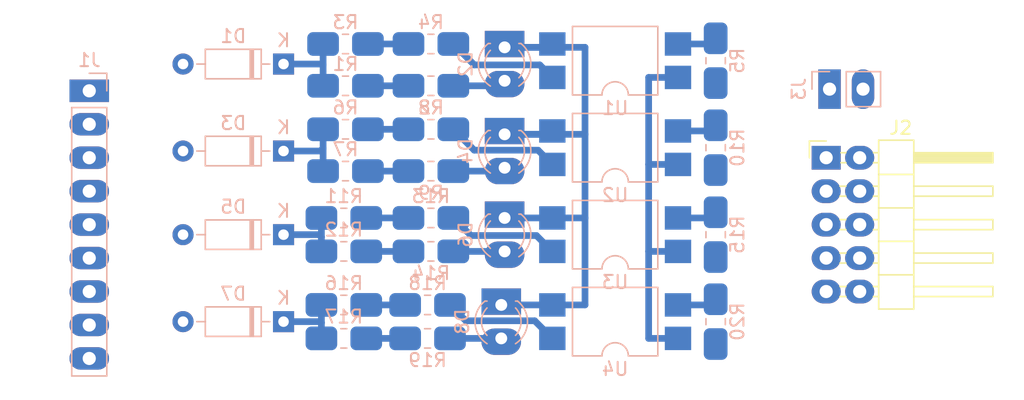
<source format=kicad_pcb>
(kicad_pcb (version 20171130) (host pcbnew "(5.1.9)-1")

  (general
    (thickness 1.6)
    (drawings 0)
    (tracks 70)
    (zones 0)
    (modules 35)
    (nets 42)
  )

  (page A4)
  (layers
    (0 F.Cu signal)
    (31 B.Cu signal)
    (32 B.Adhes user)
    (33 F.Adhes user)
    (34 B.Paste user)
    (35 F.Paste user)
    (36 B.SilkS user)
    (37 F.SilkS user)
    (38 B.Mask user)
    (39 F.Mask user)
    (40 Dwgs.User user)
    (41 Cmts.User user)
    (42 Eco1.User user)
    (43 Eco2.User user)
    (44 Edge.Cuts user)
    (45 Margin user)
    (46 B.CrtYd user)
    (47 F.CrtYd user)
    (48 B.Fab user)
    (49 F.Fab user)
  )

  (setup
    (last_trace_width 0.508)
    (user_trace_width 0.508)
    (trace_clearance 0.2)
    (zone_clearance 0.508)
    (zone_45_only no)
    (trace_min 0.2)
    (via_size 0.8)
    (via_drill 0.4)
    (via_min_size 0.4)
    (via_min_drill 0.3)
    (uvia_size 0.3)
    (uvia_drill 0.1)
    (uvias_allowed no)
    (uvia_min_size 0.2)
    (uvia_min_drill 0.1)
    (edge_width 0.05)
    (segment_width 0.2)
    (pcb_text_width 0.3)
    (pcb_text_size 1.5 1.5)
    (mod_edge_width 0.12)
    (mod_text_size 1 1)
    (mod_text_width 0.15)
    (pad_size 1.524 1.524)
    (pad_drill 0.762)
    (pad_to_mask_clearance 0)
    (aux_axis_origin 0 0)
    (visible_elements FFFFFF7F)
    (pcbplotparams
      (layerselection 0x010fc_ffffffff)
      (usegerberextensions false)
      (usegerberattributes true)
      (usegerberadvancedattributes true)
      (creategerberjobfile true)
      (excludeedgelayer true)
      (linewidth 0.100000)
      (plotframeref false)
      (viasonmask false)
      (mode 1)
      (useauxorigin false)
      (hpglpennumber 1)
      (hpglpenspeed 20)
      (hpglpendiameter 15.000000)
      (psnegative false)
      (psa4output false)
      (plotreference true)
      (plotvalue true)
      (plotinvisibletext false)
      (padsonsilk false)
      (subtractmaskfromsilk false)
      (outputformat 1)
      (mirror false)
      (drillshape 1)
      (scaleselection 1)
      (outputdirectory ""))
  )

  (net 0 "")
  (net 1 "Net-(D1-Pad2)")
  (net 2 "Net-(D1-Pad1)")
  (net 3 "Net-(D2-Pad2)")
  (net 4 "Net-(D2-Pad1)")
  (net 5 "Net-(J1-Pad8)")
  (net 6 "Net-(J1-Pad6)")
  (net 7 "Net-(J1-Pad4)")
  (net 8 "Net-(J1-Pad2)")
  (net 9 "Net-(J2-Pad10)")
  (net 10 "Net-(J2-Pad9)")
  (net 11 "Net-(J2-Pad8)")
  (net 12 "Net-(J2-Pad7)")
  (net 13 "Net-(J2-Pad6)")
  (net 14 "Net-(J2-Pad5)")
  (net 15 "Net-(J2-Pad4)")
  (net 16 "Net-(J2-Pad3)")
  (net 17 "Net-(J2-Pad2)")
  (net 18 "Net-(J2-Pad1)")
  (net 19 "Net-(J3-Pad2)")
  (net 20 "Net-(J3-Pad1)")
  (net 21 "Net-(R1-Pad1)")
  (net 22 "Net-(R3-Pad1)")
  (net 23 "Net-(R4-Pad1)")
  (net 24 "Net-(D3-Pad2)")
  (net 25 "Net-(D3-Pad1)")
  (net 26 "Net-(D4-Pad2)")
  (net 27 "Net-(R6-Pad1)")
  (net 28 "Net-(R7-Pad1)")
  (net 29 "Net-(R8-Pad1)")
  (net 30 "Net-(D5-Pad2)")
  (net 31 "Net-(D5-Pad1)")
  (net 32 "Net-(D6-Pad2)")
  (net 33 "Net-(R11-Pad1)")
  (net 34 "Net-(R12-Pad1)")
  (net 35 "Net-(R13-Pad1)")
  (net 36 "Net-(D7-Pad2)")
  (net 37 "Net-(D7-Pad1)")
  (net 38 "Net-(D8-Pad2)")
  (net 39 "Net-(R16-Pad1)")
  (net 40 "Net-(R17-Pad1)")
  (net 41 "Net-(R18-Pad1)")

  (net_class Default "This is the default net class."
    (clearance 0.2)
    (trace_width 0.25)
    (via_dia 0.8)
    (via_drill 0.4)
    (uvia_dia 0.3)
    (uvia_drill 0.1)
    (add_net "Net-(D1-Pad1)")
    (add_net "Net-(D1-Pad2)")
    (add_net "Net-(D2-Pad1)")
    (add_net "Net-(D2-Pad2)")
    (add_net "Net-(D3-Pad1)")
    (add_net "Net-(D3-Pad2)")
    (add_net "Net-(D4-Pad2)")
    (add_net "Net-(D5-Pad1)")
    (add_net "Net-(D5-Pad2)")
    (add_net "Net-(D6-Pad2)")
    (add_net "Net-(D7-Pad1)")
    (add_net "Net-(D7-Pad2)")
    (add_net "Net-(D8-Pad2)")
    (add_net "Net-(J1-Pad2)")
    (add_net "Net-(J1-Pad4)")
    (add_net "Net-(J1-Pad6)")
    (add_net "Net-(J1-Pad8)")
    (add_net "Net-(J2-Pad1)")
    (add_net "Net-(J2-Pad10)")
    (add_net "Net-(J2-Pad2)")
    (add_net "Net-(J2-Pad3)")
    (add_net "Net-(J2-Pad4)")
    (add_net "Net-(J2-Pad5)")
    (add_net "Net-(J2-Pad6)")
    (add_net "Net-(J2-Pad7)")
    (add_net "Net-(J2-Pad8)")
    (add_net "Net-(J2-Pad9)")
    (add_net "Net-(J3-Pad1)")
    (add_net "Net-(J3-Pad2)")
    (add_net "Net-(R1-Pad1)")
    (add_net "Net-(R11-Pad1)")
    (add_net "Net-(R12-Pad1)")
    (add_net "Net-(R13-Pad1)")
    (add_net "Net-(R16-Pad1)")
    (add_net "Net-(R17-Pad1)")
    (add_net "Net-(R18-Pad1)")
    (add_net "Net-(R3-Pad1)")
    (add_net "Net-(R4-Pad1)")
    (add_net "Net-(R6-Pad1)")
    (add_net "Net-(R7-Pad1)")
    (add_net "Net-(R8-Pad1)")
  )

  (module Package_DIP:SMDIP-4_W9.53mm (layer B.Cu) (tedit 5A02E8C5) (tstamp 6056B6ED)
    (at 172.212 101.092)
    (descr "4-lead surface-mounted (SMD) DIP package, row spacing 9.53 mm (375 mils)")
    (tags "SMD DIP DIL PDIP SMDIP 2.54mm 9.53mm 375mil")
    (path /605DCCD0)
    (attr smd)
    (fp_text reference U4 (at 0 3.6) (layer B.SilkS)
      (effects (font (size 1 1) (thickness 0.15)) (justify mirror))
    )
    (fp_text value LTV-817S (at 0 -3.6) (layer B.Fab)
      (effects (font (size 1 1) (thickness 0.15)) (justify mirror))
    )
    (fp_text user %R (at 0 0) (layer B.Fab)
      (effects (font (size 1 1) (thickness 0.15)) (justify mirror))
    )
    (fp_arc (start 0 2.6) (end -1 2.6) (angle 180) (layer B.SilkS) (width 0.12))
    (fp_line (start -2.175 2.54) (end 3.175 2.54) (layer B.Fab) (width 0.1))
    (fp_line (start 3.175 2.54) (end 3.175 -2.54) (layer B.Fab) (width 0.1))
    (fp_line (start 3.175 -2.54) (end -3.175 -2.54) (layer B.Fab) (width 0.1))
    (fp_line (start -3.175 -2.54) (end -3.175 1.54) (layer B.Fab) (width 0.1))
    (fp_line (start -3.175 1.54) (end -2.175 2.54) (layer B.Fab) (width 0.1))
    (fp_line (start -1 2.6) (end -3.235 2.6) (layer B.SilkS) (width 0.12))
    (fp_line (start -3.235 2.6) (end -3.235 -2.6) (layer B.SilkS) (width 0.12))
    (fp_line (start -3.235 -2.6) (end 3.235 -2.6) (layer B.SilkS) (width 0.12))
    (fp_line (start 3.235 -2.6) (end 3.235 2.6) (layer B.SilkS) (width 0.12))
    (fp_line (start 3.235 2.6) (end 1 2.6) (layer B.SilkS) (width 0.12))
    (fp_line (start -6.05 2.8) (end -6.05 -2.8) (layer B.CrtYd) (width 0.05))
    (fp_line (start -6.05 -2.8) (end 6.05 -2.8) (layer B.CrtYd) (width 0.05))
    (fp_line (start 6.05 -2.8) (end 6.05 2.8) (layer B.CrtYd) (width 0.05))
    (fp_line (start 6.05 2.8) (end -6.05 2.8) (layer B.CrtYd) (width 0.05))
    (pad 4 smd rect (at 4.765 1.27) (size 2 1.78) (layers B.Cu B.Paste B.Mask)
      (net 20 "Net-(J3-Pad1)"))
    (pad 2 smd rect (at -4.765 -1.27) (size 2 1.78) (layers B.Cu B.Paste B.Mask)
      (net 4 "Net-(D2-Pad1)"))
    (pad 3 smd rect (at 4.765 -1.27) (size 2 1.78) (layers B.Cu B.Paste B.Mask)
      (net 12 "Net-(J2-Pad7)"))
    (pad 1 smd rect (at -4.765 1.27) (size 2 1.78) (layers B.Cu B.Paste B.Mask)
      (net 41 "Net-(R18-Pad1)"))
    (model ${KISYS3DMOD}/Package_DIP.3dshapes/SMDIP-4_W9.53mm.wrl
      (at (xyz 0 0 0))
      (scale (xyz 1 1 1))
      (rotate (xyz 0 0 0))
    )
  )

  (module AR_Library:AR_R_0805_2012Metric (layer B.Cu) (tedit 601926D9) (tstamp 6056B64B)
    (at 179.832 101.092 90)
    (descr "Resistor SMD 0805 (2012 Metric), square (rectangular) end terminal, IPC_7351 nominal, (Body size source: IPC-SM-782 page 72, https://www.pcb-3d.com/wordpress/wp-content/uploads/ipc-sm-782a_amendment_1_and_2.pdf), generated with kicad-footprint-generator")
    (tags resistor)
    (path /605DCCEE)
    (attr smd)
    (fp_text reference R20 (at 0 1.65 90) (layer B.SilkS)
      (effects (font (size 1 1) (thickness 0.15)) (justify mirror))
    )
    (fp_text value 2k2 (at 0 -1.65 90) (layer B.Fab)
      (effects (font (size 1 1) (thickness 0.15)) (justify mirror))
    )
    (fp_text user %R (at 0 0 90) (layer B.Fab)
      (effects (font (size 0.5 0.5) (thickness 0.08)) (justify mirror))
    )
    (fp_line (start 1.68 -0.95) (end -1.68 -0.95) (layer B.CrtYd) (width 0.05))
    (fp_line (start 1.68 0.95) (end 1.68 -0.95) (layer B.CrtYd) (width 0.05))
    (fp_line (start -1.68 0.95) (end 1.68 0.95) (layer B.CrtYd) (width 0.05))
    (fp_line (start -1.68 -0.95) (end -1.68 0.95) (layer B.CrtYd) (width 0.05))
    (fp_line (start -0.227064 -0.735) (end 0.227064 -0.735) (layer B.SilkS) (width 0.12))
    (fp_line (start -0.227064 0.735) (end 0.227064 0.735) (layer B.SilkS) (width 0.12))
    (fp_line (start 1 -0.625) (end -1 -0.625) (layer B.Fab) (width 0.1))
    (fp_line (start 1 0.625) (end 1 -0.625) (layer B.Fab) (width 0.1))
    (fp_line (start -1 0.625) (end 1 0.625) (layer B.Fab) (width 0.1))
    (fp_line (start -1 -0.625) (end -1 0.625) (layer B.Fab) (width 0.1))
    (pad 2 smd roundrect (at 1.7 0 90) (size 2.4 1.8) (layers B.Cu B.Paste B.Mask) (roundrect_rratio 0.244)
      (net 12 "Net-(J2-Pad7)"))
    (pad 1 smd roundrect (at -1.7 0 90) (size 2.4 1.8) (layers B.Cu B.Paste B.Mask) (roundrect_rratio 0.244)
      (net 9 "Net-(J2-Pad10)"))
    (model ${KISYS3DMOD}/Resistor_SMD.3dshapes/R_0805_2012Metric.wrl
      (at (xyz 0 0 0))
      (scale (xyz 1 1 1))
      (rotate (xyz 0 0 0))
    )
  )

  (module AR_Library:AR_R_0805_2012Metric (layer B.Cu) (tedit 601926D9) (tstamp 6056B63A)
    (at 157.988 102.362)
    (descr "Resistor SMD 0805 (2012 Metric), square (rectangular) end terminal, IPC_7351 nominal, (Body size source: IPC-SM-782 page 72, https://www.pcb-3d.com/wordpress/wp-content/uploads/ipc-sm-782a_amendment_1_and_2.pdf), generated with kicad-footprint-generator")
    (tags resistor)
    (path /605DCCF7)
    (attr smd)
    (fp_text reference R19 (at 0 1.65) (layer B.SilkS)
      (effects (font (size 1 1) (thickness 0.15)) (justify mirror))
    )
    (fp_text value 2k7 (at 0 -1.65) (layer B.Fab)
      (effects (font (size 1 1) (thickness 0.15)) (justify mirror))
    )
    (fp_text user %R (at 0 0) (layer B.Fab)
      (effects (font (size 0.5 0.5) (thickness 0.08)) (justify mirror))
    )
    (fp_line (start 1.68 -0.95) (end -1.68 -0.95) (layer B.CrtYd) (width 0.05))
    (fp_line (start 1.68 0.95) (end 1.68 -0.95) (layer B.CrtYd) (width 0.05))
    (fp_line (start -1.68 0.95) (end 1.68 0.95) (layer B.CrtYd) (width 0.05))
    (fp_line (start -1.68 -0.95) (end -1.68 0.95) (layer B.CrtYd) (width 0.05))
    (fp_line (start -0.227064 -0.735) (end 0.227064 -0.735) (layer B.SilkS) (width 0.12))
    (fp_line (start -0.227064 0.735) (end 0.227064 0.735) (layer B.SilkS) (width 0.12))
    (fp_line (start 1 -0.625) (end -1 -0.625) (layer B.Fab) (width 0.1))
    (fp_line (start 1 0.625) (end 1 -0.625) (layer B.Fab) (width 0.1))
    (fp_line (start -1 0.625) (end 1 0.625) (layer B.Fab) (width 0.1))
    (fp_line (start -1 -0.625) (end -1 0.625) (layer B.Fab) (width 0.1))
    (pad 2 smd roundrect (at 1.7 0) (size 2.4 1.8) (layers B.Cu B.Paste B.Mask) (roundrect_rratio 0.244)
      (net 38 "Net-(D8-Pad2)"))
    (pad 1 smd roundrect (at -1.7 0) (size 2.4 1.8) (layers B.Cu B.Paste B.Mask) (roundrect_rratio 0.244)
      (net 40 "Net-(R17-Pad1)"))
    (model ${KISYS3DMOD}/Resistor_SMD.3dshapes/R_0805_2012Metric.wrl
      (at (xyz 0 0 0))
      (scale (xyz 1 1 1))
      (rotate (xyz 0 0 0))
    )
  )

  (module AR_Library:AR_R_0805_2012Metric (layer B.Cu) (tedit 601926D9) (tstamp 6056B629)
    (at 157.988 99.822 180)
    (descr "Resistor SMD 0805 (2012 Metric), square (rectangular) end terminal, IPC_7351 nominal, (Body size source: IPC-SM-782 page 72, https://www.pcb-3d.com/wordpress/wp-content/uploads/ipc-sm-782a_amendment_1_and_2.pdf), generated with kicad-footprint-generator")
    (tags resistor)
    (path /605DCD00)
    (attr smd)
    (fp_text reference R18 (at 0 1.65) (layer B.SilkS)
      (effects (font (size 1 1) (thickness 0.15)) (justify mirror))
    )
    (fp_text value 100 (at 0 -1.65) (layer B.Fab)
      (effects (font (size 1 1) (thickness 0.15)) (justify mirror))
    )
    (fp_text user %R (at 0 0) (layer B.Fab)
      (effects (font (size 0.5 0.5) (thickness 0.08)) (justify mirror))
    )
    (fp_line (start 1.68 -0.95) (end -1.68 -0.95) (layer B.CrtYd) (width 0.05))
    (fp_line (start 1.68 0.95) (end 1.68 -0.95) (layer B.CrtYd) (width 0.05))
    (fp_line (start -1.68 0.95) (end 1.68 0.95) (layer B.CrtYd) (width 0.05))
    (fp_line (start -1.68 -0.95) (end -1.68 0.95) (layer B.CrtYd) (width 0.05))
    (fp_line (start -0.227064 -0.735) (end 0.227064 -0.735) (layer B.SilkS) (width 0.12))
    (fp_line (start -0.227064 0.735) (end 0.227064 0.735) (layer B.SilkS) (width 0.12))
    (fp_line (start 1 -0.625) (end -1 -0.625) (layer B.Fab) (width 0.1))
    (fp_line (start 1 0.625) (end 1 -0.625) (layer B.Fab) (width 0.1))
    (fp_line (start -1 0.625) (end 1 0.625) (layer B.Fab) (width 0.1))
    (fp_line (start -1 -0.625) (end -1 0.625) (layer B.Fab) (width 0.1))
    (pad 2 smd roundrect (at 1.7 0 180) (size 2.4 1.8) (layers B.Cu B.Paste B.Mask) (roundrect_rratio 0.244)
      (net 39 "Net-(R16-Pad1)"))
    (pad 1 smd roundrect (at -1.7 0 180) (size 2.4 1.8) (layers B.Cu B.Paste B.Mask) (roundrect_rratio 0.244)
      (net 41 "Net-(R18-Pad1)"))
    (model ${KISYS3DMOD}/Resistor_SMD.3dshapes/R_0805_2012Metric.wrl
      (at (xyz 0 0 0))
      (scale (xyz 1 1 1))
      (rotate (xyz 0 0 0))
    )
  )

  (module AR_Library:AR_R_0805_2012Metric (layer B.Cu) (tedit 601926D9) (tstamp 6056B618)
    (at 151.638 102.362 180)
    (descr "Resistor SMD 0805 (2012 Metric), square (rectangular) end terminal, IPC_7351 nominal, (Body size source: IPC-SM-782 page 72, https://www.pcb-3d.com/wordpress/wp-content/uploads/ipc-sm-782a_amendment_1_and_2.pdf), generated with kicad-footprint-generator")
    (tags resistor)
    (path /605DCCDC)
    (attr smd)
    (fp_text reference R17 (at 0 1.65) (layer B.SilkS)
      (effects (font (size 1 1) (thickness 0.15)) (justify mirror))
    )
    (fp_text value 10k (at 0 -1.65) (layer B.Fab)
      (effects (font (size 1 1) (thickness 0.15)) (justify mirror))
    )
    (fp_text user %R (at 0 0) (layer B.Fab)
      (effects (font (size 0.5 0.5) (thickness 0.08)) (justify mirror))
    )
    (fp_line (start 1.68 -0.95) (end -1.68 -0.95) (layer B.CrtYd) (width 0.05))
    (fp_line (start 1.68 0.95) (end 1.68 -0.95) (layer B.CrtYd) (width 0.05))
    (fp_line (start -1.68 0.95) (end 1.68 0.95) (layer B.CrtYd) (width 0.05))
    (fp_line (start -1.68 -0.95) (end -1.68 0.95) (layer B.CrtYd) (width 0.05))
    (fp_line (start -0.227064 -0.735) (end 0.227064 -0.735) (layer B.SilkS) (width 0.12))
    (fp_line (start -0.227064 0.735) (end 0.227064 0.735) (layer B.SilkS) (width 0.12))
    (fp_line (start 1 -0.625) (end -1 -0.625) (layer B.Fab) (width 0.1))
    (fp_line (start 1 0.625) (end 1 -0.625) (layer B.Fab) (width 0.1))
    (fp_line (start -1 0.625) (end 1 0.625) (layer B.Fab) (width 0.1))
    (fp_line (start -1 -0.625) (end -1 0.625) (layer B.Fab) (width 0.1))
    (pad 2 smd roundrect (at 1.7 0 180) (size 2.4 1.8) (layers B.Cu B.Paste B.Mask) (roundrect_rratio 0.244)
      (net 37 "Net-(D7-Pad1)"))
    (pad 1 smd roundrect (at -1.7 0 180) (size 2.4 1.8) (layers B.Cu B.Paste B.Mask) (roundrect_rratio 0.244)
      (net 40 "Net-(R17-Pad1)"))
    (model ${KISYS3DMOD}/Resistor_SMD.3dshapes/R_0805_2012Metric.wrl
      (at (xyz 0 0 0))
      (scale (xyz 1 1 1))
      (rotate (xyz 0 0 0))
    )
  )

  (module AR_Library:AR_R_0805_2012Metric (layer B.Cu) (tedit 601926D9) (tstamp 6056B607)
    (at 151.638 99.822 180)
    (descr "Resistor SMD 0805 (2012 Metric), square (rectangular) end terminal, IPC_7351 nominal, (Body size source: IPC-SM-782 page 72, https://www.pcb-3d.com/wordpress/wp-content/uploads/ipc-sm-782a_amendment_1_and_2.pdf), generated with kicad-footprint-generator")
    (tags resistor)
    (path /605DCCE2)
    (attr smd)
    (fp_text reference R16 (at 0 1.65) (layer B.SilkS)
      (effects (font (size 1 1) (thickness 0.15)) (justify mirror))
    )
    (fp_text value 1k (at 0 -1.65) (layer B.Fab)
      (effects (font (size 1 1) (thickness 0.15)) (justify mirror))
    )
    (fp_text user %R (at 0 0) (layer B.Fab)
      (effects (font (size 0.5 0.5) (thickness 0.08)) (justify mirror))
    )
    (fp_line (start 1.68 -0.95) (end -1.68 -0.95) (layer B.CrtYd) (width 0.05))
    (fp_line (start 1.68 0.95) (end 1.68 -0.95) (layer B.CrtYd) (width 0.05))
    (fp_line (start -1.68 0.95) (end 1.68 0.95) (layer B.CrtYd) (width 0.05))
    (fp_line (start -1.68 -0.95) (end -1.68 0.95) (layer B.CrtYd) (width 0.05))
    (fp_line (start -0.227064 -0.735) (end 0.227064 -0.735) (layer B.SilkS) (width 0.12))
    (fp_line (start -0.227064 0.735) (end 0.227064 0.735) (layer B.SilkS) (width 0.12))
    (fp_line (start 1 -0.625) (end -1 -0.625) (layer B.Fab) (width 0.1))
    (fp_line (start 1 0.625) (end 1 -0.625) (layer B.Fab) (width 0.1))
    (fp_line (start -1 0.625) (end 1 0.625) (layer B.Fab) (width 0.1))
    (fp_line (start -1 -0.625) (end -1 0.625) (layer B.Fab) (width 0.1))
    (pad 2 smd roundrect (at 1.7 0 180) (size 2.4 1.8) (layers B.Cu B.Paste B.Mask) (roundrect_rratio 0.244)
      (net 37 "Net-(D7-Pad1)"))
    (pad 1 smd roundrect (at -1.7 0 180) (size 2.4 1.8) (layers B.Cu B.Paste B.Mask) (roundrect_rratio 0.244)
      (net 39 "Net-(R16-Pad1)"))
    (model ${KISYS3DMOD}/Resistor_SMD.3dshapes/R_0805_2012Metric.wrl
      (at (xyz 0 0 0))
      (scale (xyz 1 1 1))
      (rotate (xyz 0 0 0))
    )
  )

  (module AR_Library:AR_LED_D3.0mm_2 (layer B.Cu) (tedit 60560A28) (tstamp 6056B2E4)
    (at 163.576 99.822 270)
    (descr "LED, diameter 3.0mm, 2 pins")
    (tags "LED diameter 3.0mm 2 pins")
    (path /605DCCD6)
    (fp_text reference D8 (at 1.27 2.96 90) (layer B.SilkS)
      (effects (font (size 1 1) (thickness 0.15)) (justify mirror))
    )
    (fp_text value LED (at 1.27 -2.96 90) (layer B.Fab)
      (effects (font (size 1 1) (thickness 0.15)) (justify mirror))
    )
    (fp_arc (start 1.27 0) (end 0.229039 -1.08) (angle 87.9) (layer B.SilkS) (width 0.12))
    (fp_arc (start 1.27 0) (end 0.229039 1.08) (angle -87.9) (layer B.SilkS) (width 0.12))
    (fp_arc (start 1.27 0) (end -0.29 -1.235516) (angle 108.8) (layer B.SilkS) (width 0.12))
    (fp_arc (start 1.27 0) (end -0.29 1.235516) (angle -108.8) (layer B.SilkS) (width 0.12))
    (fp_arc (start 1.27 0) (end -0.23 1.16619) (angle -284.3) (layer B.Fab) (width 0.1))
    (fp_circle (center 1.27 0) (end 2.77 0) (layer B.Fab) (width 0.1))
    (fp_line (start -0.23 1.16619) (end -0.23 -1.16619) (layer B.Fab) (width 0.1))
    (fp_line (start -0.29 1.236) (end -0.29 1.08) (layer B.SilkS) (width 0.12))
    (fp_line (start -0.29 -1.08) (end -0.29 -1.236) (layer B.SilkS) (width 0.12))
    (fp_line (start -1.15 2.25) (end -1.15 -2.25) (layer B.CrtYd) (width 0.05))
    (fp_line (start -1.15 -2.25) (end 3.7 -2.25) (layer B.CrtYd) (width 0.05))
    (fp_line (start 3.7 -2.25) (end 3.7 2.25) (layer B.CrtYd) (width 0.05))
    (fp_line (start 3.7 2.25) (end -1.15 2.25) (layer B.CrtYd) (width 0.05))
    (pad 2 thru_hole oval (at 2.54 0 270) (size 2 3) (drill 0.9 (offset 0.25 0)) (layers *.Cu *.Mask)
      (net 38 "Net-(D8-Pad2)"))
    (pad 1 thru_hole rect (at 0 0 270) (size 2 3) (drill 0.9 (offset -0.25 0)) (layers *.Cu *.Mask)
      (net 4 "Net-(D2-Pad1)"))
    (model ${KISYS3DMOD}/LED_THT.3dshapes/LED_D3.0mm.wrl
      (at (xyz 0 0 0))
      (scale (xyz 1 1 1))
      (rotate (xyz 0 0 0))
    )
  )

  (module Diode_THT:D_DO-35_SOD27_P7.62mm_Horizontal (layer B.Cu) (tedit 5AE50CD5) (tstamp 6056B2D1)
    (at 147.066 101.092 180)
    (descr "Diode, DO-35_SOD27 series, Axial, Horizontal, pin pitch=7.62mm, , length*diameter=4*2mm^2, , http://www.diodes.com/_files/packages/DO-35.pdf")
    (tags "Diode DO-35_SOD27 series Axial Horizontal pin pitch 7.62mm  length 4mm diameter 2mm")
    (path /605DCCE8)
    (fp_text reference D7 (at 3.81 2.12) (layer B.SilkS)
      (effects (font (size 1 1) (thickness 0.15)) (justify mirror))
    )
    (fp_text value 1N4148 (at 3.81 -2.12) (layer B.Fab)
      (effects (font (size 1 1) (thickness 0.15)) (justify mirror))
    )
    (fp_text user K (at 0 1.8) (layer B.SilkS)
      (effects (font (size 1 1) (thickness 0.15)) (justify mirror))
    )
    (fp_text user K (at 0 1.8) (layer B.Fab)
      (effects (font (size 1 1) (thickness 0.15)) (justify mirror))
    )
    (fp_text user %R (at 4.11 0) (layer B.Fab)
      (effects (font (size 0.8 0.8) (thickness 0.12)) (justify mirror))
    )
    (fp_line (start 1.81 1) (end 1.81 -1) (layer B.Fab) (width 0.1))
    (fp_line (start 1.81 -1) (end 5.81 -1) (layer B.Fab) (width 0.1))
    (fp_line (start 5.81 -1) (end 5.81 1) (layer B.Fab) (width 0.1))
    (fp_line (start 5.81 1) (end 1.81 1) (layer B.Fab) (width 0.1))
    (fp_line (start 0 0) (end 1.81 0) (layer B.Fab) (width 0.1))
    (fp_line (start 7.62 0) (end 5.81 0) (layer B.Fab) (width 0.1))
    (fp_line (start 2.41 1) (end 2.41 -1) (layer B.Fab) (width 0.1))
    (fp_line (start 2.51 1) (end 2.51 -1) (layer B.Fab) (width 0.1))
    (fp_line (start 2.31 1) (end 2.31 -1) (layer B.Fab) (width 0.1))
    (fp_line (start 1.69 1.12) (end 1.69 -1.12) (layer B.SilkS) (width 0.12))
    (fp_line (start 1.69 -1.12) (end 5.93 -1.12) (layer B.SilkS) (width 0.12))
    (fp_line (start 5.93 -1.12) (end 5.93 1.12) (layer B.SilkS) (width 0.12))
    (fp_line (start 5.93 1.12) (end 1.69 1.12) (layer B.SilkS) (width 0.12))
    (fp_line (start 1.04 0) (end 1.69 0) (layer B.SilkS) (width 0.12))
    (fp_line (start 6.58 0) (end 5.93 0) (layer B.SilkS) (width 0.12))
    (fp_line (start 2.41 1.12) (end 2.41 -1.12) (layer B.SilkS) (width 0.12))
    (fp_line (start 2.53 1.12) (end 2.53 -1.12) (layer B.SilkS) (width 0.12))
    (fp_line (start 2.29 1.12) (end 2.29 -1.12) (layer B.SilkS) (width 0.12))
    (fp_line (start -1.05 1.25) (end -1.05 -1.25) (layer B.CrtYd) (width 0.05))
    (fp_line (start -1.05 -1.25) (end 8.67 -1.25) (layer B.CrtYd) (width 0.05))
    (fp_line (start 8.67 -1.25) (end 8.67 1.25) (layer B.CrtYd) (width 0.05))
    (fp_line (start 8.67 1.25) (end -1.05 1.25) (layer B.CrtYd) (width 0.05))
    (pad 2 thru_hole oval (at 7.62 0 180) (size 1.6 1.6) (drill 0.8) (layers *.Cu *.Mask)
      (net 36 "Net-(D7-Pad2)"))
    (pad 1 thru_hole rect (at 0 0 180) (size 1.6 1.6) (drill 0.8) (layers *.Cu *.Mask)
      (net 37 "Net-(D7-Pad1)"))
    (model ${KISYS3DMOD}/Diode_THT.3dshapes/D_DO-35_SOD27_P7.62mm_Horizontal.wrl
      (at (xyz 0 0 0))
      (scale (xyz 1 1 1))
      (rotate (xyz 0 0 0))
    )
  )

  (module AR_Library:AR_PinHeader_2x05_P2.54mm_Horizontal_2 (layer F.Cu) (tedit 6056109A) (tstamp 60566101)
    (at 188.214 88.646)
    (descr "Through hole angled pin header, 2x05, 2.54mm pitch, 6mm pin length, double rows")
    (tags "Through hole angled pin header THT 2x05 2.54mm double row")
    (path /605772FB)
    (fp_text reference J2 (at 5.655 -2.27) (layer F.SilkS)
      (effects (font (size 1 1) (thickness 0.15)))
    )
    (fp_text value Conn_02x05_Top_Bottom (at 5.655 12.43) (layer F.Fab)
      (effects (font (size 1 1) (thickness 0.15)))
    )
    (fp_text user %R (at 5.31 5.08 90) (layer F.Fab)
      (effects (font (size 1 1) (thickness 0.15)))
    )
    (fp_line (start 13.1 -1.8) (end -1.8 -1.8) (layer F.CrtYd) (width 0.05))
    (fp_line (start 13.1 11.95) (end 13.1 -1.8) (layer F.CrtYd) (width 0.05))
    (fp_line (start -1.8 11.95) (end 13.1 11.95) (layer F.CrtYd) (width 0.05))
    (fp_line (start -1.8 -1.8) (end -1.8 11.95) (layer F.CrtYd) (width 0.05))
    (fp_line (start -1.27 -1.27) (end 0 -1.27) (layer F.SilkS) (width 0.12))
    (fp_line (start -1.27 0) (end -1.27 -1.27) (layer F.SilkS) (width 0.12))
    (fp_line (start 1.042929 10.54) (end 1.497071 10.54) (layer F.SilkS) (width 0.12))
    (fp_line (start 1.042929 9.78) (end 1.497071 9.78) (layer F.SilkS) (width 0.12))
    (fp_line (start 3.582929 10.54) (end 3.98 10.54) (layer F.SilkS) (width 0.12))
    (fp_line (start 3.582929 9.78) (end 3.98 9.78) (layer F.SilkS) (width 0.12))
    (fp_line (start 12.64 10.54) (end 6.64 10.54) (layer F.SilkS) (width 0.12))
    (fp_line (start 12.64 9.78) (end 12.64 10.54) (layer F.SilkS) (width 0.12))
    (fp_line (start 6.64 9.78) (end 12.64 9.78) (layer F.SilkS) (width 0.12))
    (fp_line (start 3.98 8.89) (end 6.64 8.89) (layer F.SilkS) (width 0.12))
    (fp_line (start 1.042929 8) (end 1.497071 8) (layer F.SilkS) (width 0.12))
    (fp_line (start 1.042929 7.24) (end 1.497071 7.24) (layer F.SilkS) (width 0.12))
    (fp_line (start 3.582929 8) (end 3.98 8) (layer F.SilkS) (width 0.12))
    (fp_line (start 3.582929 7.24) (end 3.98 7.24) (layer F.SilkS) (width 0.12))
    (fp_line (start 12.64 8) (end 6.64 8) (layer F.SilkS) (width 0.12))
    (fp_line (start 12.64 7.24) (end 12.64 8) (layer F.SilkS) (width 0.12))
    (fp_line (start 6.64 7.24) (end 12.64 7.24) (layer F.SilkS) (width 0.12))
    (fp_line (start 3.98 6.35) (end 6.64 6.35) (layer F.SilkS) (width 0.12))
    (fp_line (start 1.042929 5.46) (end 1.497071 5.46) (layer F.SilkS) (width 0.12))
    (fp_line (start 1.042929 4.7) (end 1.497071 4.7) (layer F.SilkS) (width 0.12))
    (fp_line (start 3.582929 5.46) (end 3.98 5.46) (layer F.SilkS) (width 0.12))
    (fp_line (start 3.582929 4.7) (end 3.98 4.7) (layer F.SilkS) (width 0.12))
    (fp_line (start 12.64 5.46) (end 6.64 5.46) (layer F.SilkS) (width 0.12))
    (fp_line (start 12.64 4.7) (end 12.64 5.46) (layer F.SilkS) (width 0.12))
    (fp_line (start 6.64 4.7) (end 12.64 4.7) (layer F.SilkS) (width 0.12))
    (fp_line (start 3.98 3.81) (end 6.64 3.81) (layer F.SilkS) (width 0.12))
    (fp_line (start 1.042929 2.92) (end 1.497071 2.92) (layer F.SilkS) (width 0.12))
    (fp_line (start 1.042929 2.16) (end 1.497071 2.16) (layer F.SilkS) (width 0.12))
    (fp_line (start 3.582929 2.92) (end 3.98 2.92) (layer F.SilkS) (width 0.12))
    (fp_line (start 3.582929 2.16) (end 3.98 2.16) (layer F.SilkS) (width 0.12))
    (fp_line (start 12.64 2.92) (end 6.64 2.92) (layer F.SilkS) (width 0.12))
    (fp_line (start 12.64 2.16) (end 12.64 2.92) (layer F.SilkS) (width 0.12))
    (fp_line (start 6.64 2.16) (end 12.64 2.16) (layer F.SilkS) (width 0.12))
    (fp_line (start 3.98 1.27) (end 6.64 1.27) (layer F.SilkS) (width 0.12))
    (fp_line (start 1.11 0.38) (end 1.497071 0.38) (layer F.SilkS) (width 0.12))
    (fp_line (start 1.11 -0.38) (end 1.497071 -0.38) (layer F.SilkS) (width 0.12))
    (fp_line (start 3.582929 0.38) (end 3.98 0.38) (layer F.SilkS) (width 0.12))
    (fp_line (start 3.582929 -0.38) (end 3.98 -0.38) (layer F.SilkS) (width 0.12))
    (fp_line (start 6.64 0.28) (end 12.64 0.28) (layer F.SilkS) (width 0.12))
    (fp_line (start 6.64 0.16) (end 12.64 0.16) (layer F.SilkS) (width 0.12))
    (fp_line (start 6.64 0.04) (end 12.64 0.04) (layer F.SilkS) (width 0.12))
    (fp_line (start 6.64 -0.08) (end 12.64 -0.08) (layer F.SilkS) (width 0.12))
    (fp_line (start 6.64 -0.2) (end 12.64 -0.2) (layer F.SilkS) (width 0.12))
    (fp_line (start 6.64 -0.32) (end 12.64 -0.32) (layer F.SilkS) (width 0.12))
    (fp_line (start 12.64 0.38) (end 6.64 0.38) (layer F.SilkS) (width 0.12))
    (fp_line (start 12.64 -0.38) (end 12.64 0.38) (layer F.SilkS) (width 0.12))
    (fp_line (start 6.64 -0.38) (end 12.64 -0.38) (layer F.SilkS) (width 0.12))
    (fp_line (start 6.64 -1.33) (end 3.98 -1.33) (layer F.SilkS) (width 0.12))
    (fp_line (start 6.64 11.49) (end 6.64 -1.33) (layer F.SilkS) (width 0.12))
    (fp_line (start 3.98 11.49) (end 6.64 11.49) (layer F.SilkS) (width 0.12))
    (fp_line (start 3.98 -1.33) (end 3.98 11.49) (layer F.SilkS) (width 0.12))
    (fp_line (start 6.58 10.48) (end 12.58 10.48) (layer F.Fab) (width 0.1))
    (fp_line (start 12.58 9.84) (end 12.58 10.48) (layer F.Fab) (width 0.1))
    (fp_line (start 6.58 9.84) (end 12.58 9.84) (layer F.Fab) (width 0.1))
    (fp_line (start -0.32 10.48) (end 4.04 10.48) (layer F.Fab) (width 0.1))
    (fp_line (start -0.32 9.84) (end -0.32 10.48) (layer F.Fab) (width 0.1))
    (fp_line (start -0.32 9.84) (end 4.04 9.84) (layer F.Fab) (width 0.1))
    (fp_line (start 6.58 7.94) (end 12.58 7.94) (layer F.Fab) (width 0.1))
    (fp_line (start 12.58 7.3) (end 12.58 7.94) (layer F.Fab) (width 0.1))
    (fp_line (start 6.58 7.3) (end 12.58 7.3) (layer F.Fab) (width 0.1))
    (fp_line (start -0.32 7.94) (end 4.04 7.94) (layer F.Fab) (width 0.1))
    (fp_line (start -0.32 7.3) (end -0.32 7.94) (layer F.Fab) (width 0.1))
    (fp_line (start -0.32 7.3) (end 4.04 7.3) (layer F.Fab) (width 0.1))
    (fp_line (start 6.58 5.4) (end 12.58 5.4) (layer F.Fab) (width 0.1))
    (fp_line (start 12.58 4.76) (end 12.58 5.4) (layer F.Fab) (width 0.1))
    (fp_line (start 6.58 4.76) (end 12.58 4.76) (layer F.Fab) (width 0.1))
    (fp_line (start -0.32 5.4) (end 4.04 5.4) (layer F.Fab) (width 0.1))
    (fp_line (start -0.32 4.76) (end -0.32 5.4) (layer F.Fab) (width 0.1))
    (fp_line (start -0.32 4.76) (end 4.04 4.76) (layer F.Fab) (width 0.1))
    (fp_line (start 6.58 2.86) (end 12.58 2.86) (layer F.Fab) (width 0.1))
    (fp_line (start 12.58 2.22) (end 12.58 2.86) (layer F.Fab) (width 0.1))
    (fp_line (start 6.58 2.22) (end 12.58 2.22) (layer F.Fab) (width 0.1))
    (fp_line (start -0.32 2.86) (end 4.04 2.86) (layer F.Fab) (width 0.1))
    (fp_line (start -0.32 2.22) (end -0.32 2.86) (layer F.Fab) (width 0.1))
    (fp_line (start -0.32 2.22) (end 4.04 2.22) (layer F.Fab) (width 0.1))
    (fp_line (start 6.58 0.32) (end 12.58 0.32) (layer F.Fab) (width 0.1))
    (fp_line (start 12.58 -0.32) (end 12.58 0.32) (layer F.Fab) (width 0.1))
    (fp_line (start 6.58 -0.32) (end 12.58 -0.32) (layer F.Fab) (width 0.1))
    (fp_line (start -0.32 0.32) (end 4.04 0.32) (layer F.Fab) (width 0.1))
    (fp_line (start -0.32 -0.32) (end -0.32 0.32) (layer F.Fab) (width 0.1))
    (fp_line (start -0.32 -0.32) (end 4.04 -0.32) (layer F.Fab) (width 0.1))
    (fp_line (start 4.04 -0.635) (end 4.675 -1.27) (layer F.Fab) (width 0.1))
    (fp_line (start 4.04 11.43) (end 4.04 -0.635) (layer F.Fab) (width 0.1))
    (fp_line (start 6.58 11.43) (end 4.04 11.43) (layer F.Fab) (width 0.1))
    (fp_line (start 6.58 -1.27) (end 6.58 11.43) (layer F.Fab) (width 0.1))
    (fp_line (start 4.675 -1.27) (end 6.58 -1.27) (layer F.Fab) (width 0.1))
    (pad 10 thru_hole oval (at 2.54 10.16) (size 2.2 1.8) (drill 1) (layers *.Cu *.Mask)
      (net 9 "Net-(J2-Pad10)"))
    (pad 9 thru_hole oval (at 2.54 7.62) (size 2.2 1.8) (drill 1) (layers *.Cu *.Mask)
      (net 10 "Net-(J2-Pad9)"))
    (pad 8 thru_hole oval (at 2.54 5.08) (size 2.2 1.8) (drill 1) (layers *.Cu *.Mask)
      (net 11 "Net-(J2-Pad8)"))
    (pad 7 thru_hole oval (at 2.54 2.54) (size 2.2 1.8) (drill 1) (layers *.Cu *.Mask)
      (net 12 "Net-(J2-Pad7)"))
    (pad 6 thru_hole oval (at 2.54 0) (size 2.2 1.8) (drill 1) (layers *.Cu *.Mask)
      (net 13 "Net-(J2-Pad6)"))
    (pad 5 thru_hole oval (at 0 10.16) (size 2.2 1.8) (drill 1) (layers *.Cu *.Mask)
      (net 14 "Net-(J2-Pad5)"))
    (pad 4 thru_hole oval (at 0 7.62) (size 2.2 1.8) (drill 1) (layers *.Cu *.Mask)
      (net 15 "Net-(J2-Pad4)"))
    (pad 3 thru_hole oval (at 0 5.08) (size 2.2 1.8) (drill 1) (layers *.Cu *.Mask)
      (net 16 "Net-(J2-Pad3)"))
    (pad 2 thru_hole oval (at 0 2.54) (size 2.2 1.8) (drill 1) (layers *.Cu *.Mask)
      (net 17 "Net-(J2-Pad2)"))
    (pad 1 thru_hole rect (at 0 0) (size 2.2 1.8) (drill 1) (layers *.Cu *.Mask)
      (net 18 "Net-(J2-Pad1)"))
    (model ${KISYS3DMOD}/Connector_PinHeader_2.54mm.3dshapes/PinHeader_2x05_P2.54mm_Horizontal.wrl
      (at (xyz 0 0 0))
      (scale (xyz 1 1 1))
      (rotate (xyz 0 0 0))
    )
  )

  (module Package_DIP:SMDIP-4_W9.53mm (layer B.Cu) (tedit 5A02E8C5) (tstamp 60568C2C)
    (at 172.212 94.488)
    (descr "4-lead surface-mounted (SMD) DIP package, row spacing 9.53 mm (375 mils)")
    (tags "SMD DIP DIL PDIP SMDIP 2.54mm 9.53mm 375mil")
    (path /605B2297)
    (attr smd)
    (fp_text reference U3 (at 0 3.6) (layer B.SilkS)
      (effects (font (size 1 1) (thickness 0.15)) (justify mirror))
    )
    (fp_text value LTV-817S (at 0 -3.6) (layer B.Fab)
      (effects (font (size 1 1) (thickness 0.15)) (justify mirror))
    )
    (fp_text user %R (at 0 0) (layer B.Fab)
      (effects (font (size 1 1) (thickness 0.15)) (justify mirror))
    )
    (fp_arc (start 0 2.6) (end -1 2.6) (angle 180) (layer B.SilkS) (width 0.12))
    (fp_line (start -2.175 2.54) (end 3.175 2.54) (layer B.Fab) (width 0.1))
    (fp_line (start 3.175 2.54) (end 3.175 -2.54) (layer B.Fab) (width 0.1))
    (fp_line (start 3.175 -2.54) (end -3.175 -2.54) (layer B.Fab) (width 0.1))
    (fp_line (start -3.175 -2.54) (end -3.175 1.54) (layer B.Fab) (width 0.1))
    (fp_line (start -3.175 1.54) (end -2.175 2.54) (layer B.Fab) (width 0.1))
    (fp_line (start -1 2.6) (end -3.235 2.6) (layer B.SilkS) (width 0.12))
    (fp_line (start -3.235 2.6) (end -3.235 -2.6) (layer B.SilkS) (width 0.12))
    (fp_line (start -3.235 -2.6) (end 3.235 -2.6) (layer B.SilkS) (width 0.12))
    (fp_line (start 3.235 -2.6) (end 3.235 2.6) (layer B.SilkS) (width 0.12))
    (fp_line (start 3.235 2.6) (end 1 2.6) (layer B.SilkS) (width 0.12))
    (fp_line (start -6.05 2.8) (end -6.05 -2.8) (layer B.CrtYd) (width 0.05))
    (fp_line (start -6.05 -2.8) (end 6.05 -2.8) (layer B.CrtYd) (width 0.05))
    (fp_line (start 6.05 -2.8) (end 6.05 2.8) (layer B.CrtYd) (width 0.05))
    (fp_line (start 6.05 2.8) (end -6.05 2.8) (layer B.CrtYd) (width 0.05))
    (pad 4 smd rect (at 4.765 1.27) (size 2 1.78) (layers B.Cu B.Paste B.Mask)
      (net 20 "Net-(J3-Pad1)"))
    (pad 2 smd rect (at -4.765 -1.27) (size 2 1.78) (layers B.Cu B.Paste B.Mask)
      (net 4 "Net-(D2-Pad1)"))
    (pad 3 smd rect (at 4.765 -1.27) (size 2 1.78) (layers B.Cu B.Paste B.Mask)
      (net 17 "Net-(J2-Pad2)"))
    (pad 1 smd rect (at -4.765 1.27) (size 2 1.78) (layers B.Cu B.Paste B.Mask)
      (net 35 "Net-(R13-Pad1)"))
    (model ${KISYS3DMOD}/Package_DIP.3dshapes/SMDIP-4_W9.53mm.wrl
      (at (xyz 0 0 0))
      (scale (xyz 1 1 1))
      (rotate (xyz 0 0 0))
    )
  )

  (module AR_Library:AR_R_0805_2012Metric (layer B.Cu) (tedit 601926D9) (tstamp 60568BB8)
    (at 179.832 94.488 90)
    (descr "Resistor SMD 0805 (2012 Metric), square (rectangular) end terminal, IPC_7351 nominal, (Body size source: IPC-SM-782 page 72, https://www.pcb-3d.com/wordpress/wp-content/uploads/ipc-sm-782a_amendment_1_and_2.pdf), generated with kicad-footprint-generator")
    (tags resistor)
    (path /605B22B5)
    (attr smd)
    (fp_text reference R15 (at 0 1.65 90) (layer B.SilkS)
      (effects (font (size 1 1) (thickness 0.15)) (justify mirror))
    )
    (fp_text value 2k2 (at 0 -1.65 90) (layer B.Fab)
      (effects (font (size 1 1) (thickness 0.15)) (justify mirror))
    )
    (fp_text user %R (at 0 0 90) (layer B.Fab)
      (effects (font (size 0.5 0.5) (thickness 0.08)) (justify mirror))
    )
    (fp_line (start 1.68 -0.95) (end -1.68 -0.95) (layer B.CrtYd) (width 0.05))
    (fp_line (start 1.68 0.95) (end 1.68 -0.95) (layer B.CrtYd) (width 0.05))
    (fp_line (start -1.68 0.95) (end 1.68 0.95) (layer B.CrtYd) (width 0.05))
    (fp_line (start -1.68 -0.95) (end -1.68 0.95) (layer B.CrtYd) (width 0.05))
    (fp_line (start -0.227064 -0.735) (end 0.227064 -0.735) (layer B.SilkS) (width 0.12))
    (fp_line (start -0.227064 0.735) (end 0.227064 0.735) (layer B.SilkS) (width 0.12))
    (fp_line (start 1 -0.625) (end -1 -0.625) (layer B.Fab) (width 0.1))
    (fp_line (start 1 0.625) (end 1 -0.625) (layer B.Fab) (width 0.1))
    (fp_line (start -1 0.625) (end 1 0.625) (layer B.Fab) (width 0.1))
    (fp_line (start -1 -0.625) (end -1 0.625) (layer B.Fab) (width 0.1))
    (pad 2 smd roundrect (at 1.7 0 90) (size 2.4 1.8) (layers B.Cu B.Paste B.Mask) (roundrect_rratio 0.244)
      (net 17 "Net-(J2-Pad2)"))
    (pad 1 smd roundrect (at -1.7 0 90) (size 2.4 1.8) (layers B.Cu B.Paste B.Mask) (roundrect_rratio 0.244)
      (net 9 "Net-(J2-Pad10)"))
    (model ${KISYS3DMOD}/Resistor_SMD.3dshapes/R_0805_2012Metric.wrl
      (at (xyz 0 0 0))
      (scale (xyz 1 1 1))
      (rotate (xyz 0 0 0))
    )
  )

  (module AR_Library:AR_R_0805_2012Metric (layer B.Cu) (tedit 601926D9) (tstamp 60568BA7)
    (at 158.242 95.758)
    (descr "Resistor SMD 0805 (2012 Metric), square (rectangular) end terminal, IPC_7351 nominal, (Body size source: IPC-SM-782 page 72, https://www.pcb-3d.com/wordpress/wp-content/uploads/ipc-sm-782a_amendment_1_and_2.pdf), generated with kicad-footprint-generator")
    (tags resistor)
    (path /605B22BE)
    (attr smd)
    (fp_text reference R14 (at 0 1.65) (layer B.SilkS)
      (effects (font (size 1 1) (thickness 0.15)) (justify mirror))
    )
    (fp_text value 2k7 (at 0 -1.65) (layer B.Fab)
      (effects (font (size 1 1) (thickness 0.15)) (justify mirror))
    )
    (fp_text user %R (at 0 0) (layer B.Fab)
      (effects (font (size 0.5 0.5) (thickness 0.08)) (justify mirror))
    )
    (fp_line (start 1.68 -0.95) (end -1.68 -0.95) (layer B.CrtYd) (width 0.05))
    (fp_line (start 1.68 0.95) (end 1.68 -0.95) (layer B.CrtYd) (width 0.05))
    (fp_line (start -1.68 0.95) (end 1.68 0.95) (layer B.CrtYd) (width 0.05))
    (fp_line (start -1.68 -0.95) (end -1.68 0.95) (layer B.CrtYd) (width 0.05))
    (fp_line (start -0.227064 -0.735) (end 0.227064 -0.735) (layer B.SilkS) (width 0.12))
    (fp_line (start -0.227064 0.735) (end 0.227064 0.735) (layer B.SilkS) (width 0.12))
    (fp_line (start 1 -0.625) (end -1 -0.625) (layer B.Fab) (width 0.1))
    (fp_line (start 1 0.625) (end 1 -0.625) (layer B.Fab) (width 0.1))
    (fp_line (start -1 0.625) (end 1 0.625) (layer B.Fab) (width 0.1))
    (fp_line (start -1 -0.625) (end -1 0.625) (layer B.Fab) (width 0.1))
    (pad 2 smd roundrect (at 1.7 0) (size 2.4 1.8) (layers B.Cu B.Paste B.Mask) (roundrect_rratio 0.244)
      (net 32 "Net-(D6-Pad2)"))
    (pad 1 smd roundrect (at -1.7 0) (size 2.4 1.8) (layers B.Cu B.Paste B.Mask) (roundrect_rratio 0.244)
      (net 34 "Net-(R12-Pad1)"))
    (model ${KISYS3DMOD}/Resistor_SMD.3dshapes/R_0805_2012Metric.wrl
      (at (xyz 0 0 0))
      (scale (xyz 1 1 1))
      (rotate (xyz 0 0 0))
    )
  )

  (module AR_Library:AR_R_0805_2012Metric (layer B.Cu) (tedit 601926D9) (tstamp 60568B96)
    (at 158.242 93.218 180)
    (descr "Resistor SMD 0805 (2012 Metric), square (rectangular) end terminal, IPC_7351 nominal, (Body size source: IPC-SM-782 page 72, https://www.pcb-3d.com/wordpress/wp-content/uploads/ipc-sm-782a_amendment_1_and_2.pdf), generated with kicad-footprint-generator")
    (tags resistor)
    (path /605B22C7)
    (attr smd)
    (fp_text reference R13 (at 0 1.65) (layer B.SilkS)
      (effects (font (size 1 1) (thickness 0.15)) (justify mirror))
    )
    (fp_text value 100 (at 0 -1.65) (layer B.Fab)
      (effects (font (size 1 1) (thickness 0.15)) (justify mirror))
    )
    (fp_text user %R (at 0 0) (layer B.Fab)
      (effects (font (size 0.5 0.5) (thickness 0.08)) (justify mirror))
    )
    (fp_line (start 1.68 -0.95) (end -1.68 -0.95) (layer B.CrtYd) (width 0.05))
    (fp_line (start 1.68 0.95) (end 1.68 -0.95) (layer B.CrtYd) (width 0.05))
    (fp_line (start -1.68 0.95) (end 1.68 0.95) (layer B.CrtYd) (width 0.05))
    (fp_line (start -1.68 -0.95) (end -1.68 0.95) (layer B.CrtYd) (width 0.05))
    (fp_line (start -0.227064 -0.735) (end 0.227064 -0.735) (layer B.SilkS) (width 0.12))
    (fp_line (start -0.227064 0.735) (end 0.227064 0.735) (layer B.SilkS) (width 0.12))
    (fp_line (start 1 -0.625) (end -1 -0.625) (layer B.Fab) (width 0.1))
    (fp_line (start 1 0.625) (end 1 -0.625) (layer B.Fab) (width 0.1))
    (fp_line (start -1 0.625) (end 1 0.625) (layer B.Fab) (width 0.1))
    (fp_line (start -1 -0.625) (end -1 0.625) (layer B.Fab) (width 0.1))
    (pad 2 smd roundrect (at 1.7 0 180) (size 2.4 1.8) (layers B.Cu B.Paste B.Mask) (roundrect_rratio 0.244)
      (net 33 "Net-(R11-Pad1)"))
    (pad 1 smd roundrect (at -1.7 0 180) (size 2.4 1.8) (layers B.Cu B.Paste B.Mask) (roundrect_rratio 0.244)
      (net 35 "Net-(R13-Pad1)"))
    (model ${KISYS3DMOD}/Resistor_SMD.3dshapes/R_0805_2012Metric.wrl
      (at (xyz 0 0 0))
      (scale (xyz 1 1 1))
      (rotate (xyz 0 0 0))
    )
  )

  (module AR_Library:AR_R_0805_2012Metric (layer B.Cu) (tedit 601926D9) (tstamp 60568B85)
    (at 151.638 95.758 180)
    (descr "Resistor SMD 0805 (2012 Metric), square (rectangular) end terminal, IPC_7351 nominal, (Body size source: IPC-SM-782 page 72, https://www.pcb-3d.com/wordpress/wp-content/uploads/ipc-sm-782a_amendment_1_and_2.pdf), generated with kicad-footprint-generator")
    (tags resistor)
    (path /605B22A3)
    (attr smd)
    (fp_text reference R12 (at 0 1.65) (layer B.SilkS)
      (effects (font (size 1 1) (thickness 0.15)) (justify mirror))
    )
    (fp_text value 10k (at 0 -1.65) (layer B.Fab)
      (effects (font (size 1 1) (thickness 0.15)) (justify mirror))
    )
    (fp_text user %R (at 0 0) (layer B.Fab)
      (effects (font (size 0.5 0.5) (thickness 0.08)) (justify mirror))
    )
    (fp_line (start 1.68 -0.95) (end -1.68 -0.95) (layer B.CrtYd) (width 0.05))
    (fp_line (start 1.68 0.95) (end 1.68 -0.95) (layer B.CrtYd) (width 0.05))
    (fp_line (start -1.68 0.95) (end 1.68 0.95) (layer B.CrtYd) (width 0.05))
    (fp_line (start -1.68 -0.95) (end -1.68 0.95) (layer B.CrtYd) (width 0.05))
    (fp_line (start -0.227064 -0.735) (end 0.227064 -0.735) (layer B.SilkS) (width 0.12))
    (fp_line (start -0.227064 0.735) (end 0.227064 0.735) (layer B.SilkS) (width 0.12))
    (fp_line (start 1 -0.625) (end -1 -0.625) (layer B.Fab) (width 0.1))
    (fp_line (start 1 0.625) (end 1 -0.625) (layer B.Fab) (width 0.1))
    (fp_line (start -1 0.625) (end 1 0.625) (layer B.Fab) (width 0.1))
    (fp_line (start -1 -0.625) (end -1 0.625) (layer B.Fab) (width 0.1))
    (pad 2 smd roundrect (at 1.7 0 180) (size 2.4 1.8) (layers B.Cu B.Paste B.Mask) (roundrect_rratio 0.244)
      (net 31 "Net-(D5-Pad1)"))
    (pad 1 smd roundrect (at -1.7 0 180) (size 2.4 1.8) (layers B.Cu B.Paste B.Mask) (roundrect_rratio 0.244)
      (net 34 "Net-(R12-Pad1)"))
    (model ${KISYS3DMOD}/Resistor_SMD.3dshapes/R_0805_2012Metric.wrl
      (at (xyz 0 0 0))
      (scale (xyz 1 1 1))
      (rotate (xyz 0 0 0))
    )
  )

  (module AR_Library:AR_R_0805_2012Metric (layer B.Cu) (tedit 601926D9) (tstamp 60568B74)
    (at 151.638 93.218 180)
    (descr "Resistor SMD 0805 (2012 Metric), square (rectangular) end terminal, IPC_7351 nominal, (Body size source: IPC-SM-782 page 72, https://www.pcb-3d.com/wordpress/wp-content/uploads/ipc-sm-782a_amendment_1_and_2.pdf), generated with kicad-footprint-generator")
    (tags resistor)
    (path /605B22A9)
    (attr smd)
    (fp_text reference R11 (at 0 1.65) (layer B.SilkS)
      (effects (font (size 1 1) (thickness 0.15)) (justify mirror))
    )
    (fp_text value 1k (at 0 -1.65) (layer B.Fab)
      (effects (font (size 1 1) (thickness 0.15)) (justify mirror))
    )
    (fp_text user %R (at 0 0) (layer B.Fab)
      (effects (font (size 0.5 0.5) (thickness 0.08)) (justify mirror))
    )
    (fp_line (start 1.68 -0.95) (end -1.68 -0.95) (layer B.CrtYd) (width 0.05))
    (fp_line (start 1.68 0.95) (end 1.68 -0.95) (layer B.CrtYd) (width 0.05))
    (fp_line (start -1.68 0.95) (end 1.68 0.95) (layer B.CrtYd) (width 0.05))
    (fp_line (start -1.68 -0.95) (end -1.68 0.95) (layer B.CrtYd) (width 0.05))
    (fp_line (start -0.227064 -0.735) (end 0.227064 -0.735) (layer B.SilkS) (width 0.12))
    (fp_line (start -0.227064 0.735) (end 0.227064 0.735) (layer B.SilkS) (width 0.12))
    (fp_line (start 1 -0.625) (end -1 -0.625) (layer B.Fab) (width 0.1))
    (fp_line (start 1 0.625) (end 1 -0.625) (layer B.Fab) (width 0.1))
    (fp_line (start -1 0.625) (end 1 0.625) (layer B.Fab) (width 0.1))
    (fp_line (start -1 -0.625) (end -1 0.625) (layer B.Fab) (width 0.1))
    (pad 2 smd roundrect (at 1.7 0 180) (size 2.4 1.8) (layers B.Cu B.Paste B.Mask) (roundrect_rratio 0.244)
      (net 31 "Net-(D5-Pad1)"))
    (pad 1 smd roundrect (at -1.7 0 180) (size 2.4 1.8) (layers B.Cu B.Paste B.Mask) (roundrect_rratio 0.244)
      (net 33 "Net-(R11-Pad1)"))
    (model ${KISYS3DMOD}/Resistor_SMD.3dshapes/R_0805_2012Metric.wrl
      (at (xyz 0 0 0))
      (scale (xyz 1 1 1))
      (rotate (xyz 0 0 0))
    )
  )

  (module AR_Library:AR_LED_D3.0mm_2 (layer B.Cu) (tedit 60560A28) (tstamp 60568983)
    (at 163.83 93.218 270)
    (descr "LED, diameter 3.0mm, 2 pins")
    (tags "LED diameter 3.0mm 2 pins")
    (path /605B229D)
    (fp_text reference D6 (at 1.27 2.96 90) (layer B.SilkS)
      (effects (font (size 1 1) (thickness 0.15)) (justify mirror))
    )
    (fp_text value LED (at 1.27 -2.96 90) (layer B.Fab)
      (effects (font (size 1 1) (thickness 0.15)) (justify mirror))
    )
    (fp_arc (start 1.27 0) (end 0.229039 -1.08) (angle 87.9) (layer B.SilkS) (width 0.12))
    (fp_arc (start 1.27 0) (end 0.229039 1.08) (angle -87.9) (layer B.SilkS) (width 0.12))
    (fp_arc (start 1.27 0) (end -0.29 -1.235516) (angle 108.8) (layer B.SilkS) (width 0.12))
    (fp_arc (start 1.27 0) (end -0.29 1.235516) (angle -108.8) (layer B.SilkS) (width 0.12))
    (fp_arc (start 1.27 0) (end -0.23 1.16619) (angle -284.3) (layer B.Fab) (width 0.1))
    (fp_circle (center 1.27 0) (end 2.77 0) (layer B.Fab) (width 0.1))
    (fp_line (start -0.23 1.16619) (end -0.23 -1.16619) (layer B.Fab) (width 0.1))
    (fp_line (start -0.29 1.236) (end -0.29 1.08) (layer B.SilkS) (width 0.12))
    (fp_line (start -0.29 -1.08) (end -0.29 -1.236) (layer B.SilkS) (width 0.12))
    (fp_line (start -1.15 2.25) (end -1.15 -2.25) (layer B.CrtYd) (width 0.05))
    (fp_line (start -1.15 -2.25) (end 3.7 -2.25) (layer B.CrtYd) (width 0.05))
    (fp_line (start 3.7 -2.25) (end 3.7 2.25) (layer B.CrtYd) (width 0.05))
    (fp_line (start 3.7 2.25) (end -1.15 2.25) (layer B.CrtYd) (width 0.05))
    (pad 2 thru_hole oval (at 2.54 0 270) (size 2 3) (drill 0.9 (offset 0.25 0)) (layers *.Cu *.Mask)
      (net 32 "Net-(D6-Pad2)"))
    (pad 1 thru_hole rect (at 0 0 270) (size 2 3) (drill 0.9 (offset -0.25 0)) (layers *.Cu *.Mask)
      (net 4 "Net-(D2-Pad1)"))
    (model ${KISYS3DMOD}/LED_THT.3dshapes/LED_D3.0mm.wrl
      (at (xyz 0 0 0))
      (scale (xyz 1 1 1))
      (rotate (xyz 0 0 0))
    )
  )

  (module Diode_THT:D_DO-35_SOD27_P7.62mm_Horizontal (layer B.Cu) (tedit 5AE50CD5) (tstamp 60568970)
    (at 147.066 94.488 180)
    (descr "Diode, DO-35_SOD27 series, Axial, Horizontal, pin pitch=7.62mm, , length*diameter=4*2mm^2, , http://www.diodes.com/_files/packages/DO-35.pdf")
    (tags "Diode DO-35_SOD27 series Axial Horizontal pin pitch 7.62mm  length 4mm diameter 2mm")
    (path /605B22AF)
    (fp_text reference D5 (at 3.81 2.12) (layer B.SilkS)
      (effects (font (size 1 1) (thickness 0.15)) (justify mirror))
    )
    (fp_text value 1N4148 (at 3.81 -2.12) (layer B.Fab)
      (effects (font (size 1 1) (thickness 0.15)) (justify mirror))
    )
    (fp_text user K (at 0 1.8) (layer B.SilkS)
      (effects (font (size 1 1) (thickness 0.15)) (justify mirror))
    )
    (fp_text user K (at 0 1.8) (layer B.Fab)
      (effects (font (size 1 1) (thickness 0.15)) (justify mirror))
    )
    (fp_text user %R (at 4.11 0) (layer B.Fab)
      (effects (font (size 0.8 0.8) (thickness 0.12)) (justify mirror))
    )
    (fp_line (start 1.81 1) (end 1.81 -1) (layer B.Fab) (width 0.1))
    (fp_line (start 1.81 -1) (end 5.81 -1) (layer B.Fab) (width 0.1))
    (fp_line (start 5.81 -1) (end 5.81 1) (layer B.Fab) (width 0.1))
    (fp_line (start 5.81 1) (end 1.81 1) (layer B.Fab) (width 0.1))
    (fp_line (start 0 0) (end 1.81 0) (layer B.Fab) (width 0.1))
    (fp_line (start 7.62 0) (end 5.81 0) (layer B.Fab) (width 0.1))
    (fp_line (start 2.41 1) (end 2.41 -1) (layer B.Fab) (width 0.1))
    (fp_line (start 2.51 1) (end 2.51 -1) (layer B.Fab) (width 0.1))
    (fp_line (start 2.31 1) (end 2.31 -1) (layer B.Fab) (width 0.1))
    (fp_line (start 1.69 1.12) (end 1.69 -1.12) (layer B.SilkS) (width 0.12))
    (fp_line (start 1.69 -1.12) (end 5.93 -1.12) (layer B.SilkS) (width 0.12))
    (fp_line (start 5.93 -1.12) (end 5.93 1.12) (layer B.SilkS) (width 0.12))
    (fp_line (start 5.93 1.12) (end 1.69 1.12) (layer B.SilkS) (width 0.12))
    (fp_line (start 1.04 0) (end 1.69 0) (layer B.SilkS) (width 0.12))
    (fp_line (start 6.58 0) (end 5.93 0) (layer B.SilkS) (width 0.12))
    (fp_line (start 2.41 1.12) (end 2.41 -1.12) (layer B.SilkS) (width 0.12))
    (fp_line (start 2.53 1.12) (end 2.53 -1.12) (layer B.SilkS) (width 0.12))
    (fp_line (start 2.29 1.12) (end 2.29 -1.12) (layer B.SilkS) (width 0.12))
    (fp_line (start -1.05 1.25) (end -1.05 -1.25) (layer B.CrtYd) (width 0.05))
    (fp_line (start -1.05 -1.25) (end 8.67 -1.25) (layer B.CrtYd) (width 0.05))
    (fp_line (start 8.67 -1.25) (end 8.67 1.25) (layer B.CrtYd) (width 0.05))
    (fp_line (start 8.67 1.25) (end -1.05 1.25) (layer B.CrtYd) (width 0.05))
    (pad 2 thru_hole oval (at 7.62 0 180) (size 1.6 1.6) (drill 0.8) (layers *.Cu *.Mask)
      (net 30 "Net-(D5-Pad2)"))
    (pad 1 thru_hole rect (at 0 0 180) (size 1.6 1.6) (drill 0.8) (layers *.Cu *.Mask)
      (net 31 "Net-(D5-Pad1)"))
    (model ${KISYS3DMOD}/Diode_THT.3dshapes/D_DO-35_SOD27_P7.62mm_Horizontal.wrl
      (at (xyz 0 0 0))
      (scale (xyz 1 1 1))
      (rotate (xyz 0 0 0))
    )
  )

  (module AR_Library:AR_LED_D3.0mm_2 (layer B.Cu) (tedit 60560A28) (tstamp 60566E04)
    (at 163.83 86.868 270)
    (descr "LED, diameter 3.0mm, 2 pins")
    (tags "LED diameter 3.0mm 2 pins")
    (path /60585FC8)
    (fp_text reference D4 (at 1.27 2.96 90) (layer B.SilkS)
      (effects (font (size 1 1) (thickness 0.15)) (justify mirror))
    )
    (fp_text value LED (at 1.27 -2.96 90) (layer B.Fab)
      (effects (font (size 1 1) (thickness 0.15)) (justify mirror))
    )
    (fp_arc (start 1.27 0) (end 0.229039 -1.08) (angle 87.9) (layer B.SilkS) (width 0.12))
    (fp_arc (start 1.27 0) (end 0.229039 1.08) (angle -87.9) (layer B.SilkS) (width 0.12))
    (fp_arc (start 1.27 0) (end -0.29 -1.235516) (angle 108.8) (layer B.SilkS) (width 0.12))
    (fp_arc (start 1.27 0) (end -0.29 1.235516) (angle -108.8) (layer B.SilkS) (width 0.12))
    (fp_arc (start 1.27 0) (end -0.23 1.16619) (angle -284.3) (layer B.Fab) (width 0.1))
    (fp_circle (center 1.27 0) (end 2.77 0) (layer B.Fab) (width 0.1))
    (fp_line (start -0.23 1.16619) (end -0.23 -1.16619) (layer B.Fab) (width 0.1))
    (fp_line (start -0.29 1.236) (end -0.29 1.08) (layer B.SilkS) (width 0.12))
    (fp_line (start -0.29 -1.08) (end -0.29 -1.236) (layer B.SilkS) (width 0.12))
    (fp_line (start -1.15 2.25) (end -1.15 -2.25) (layer B.CrtYd) (width 0.05))
    (fp_line (start -1.15 -2.25) (end 3.7 -2.25) (layer B.CrtYd) (width 0.05))
    (fp_line (start 3.7 -2.25) (end 3.7 2.25) (layer B.CrtYd) (width 0.05))
    (fp_line (start 3.7 2.25) (end -1.15 2.25) (layer B.CrtYd) (width 0.05))
    (pad 2 thru_hole oval (at 2.54 0 270) (size 2 3) (drill 0.9 (offset 0.25 0)) (layers *.Cu *.Mask)
      (net 26 "Net-(D4-Pad2)"))
    (pad 1 thru_hole rect (at 0 0 270) (size 2 3) (drill 0.9 (offset -0.25 0)) (layers *.Cu *.Mask)
      (net 4 "Net-(D2-Pad1)"))
    (model ${KISYS3DMOD}/LED_THT.3dshapes/LED_D3.0mm.wrl
      (at (xyz 0 0 0))
      (scale (xyz 1 1 1))
      (rotate (xyz 0 0 0))
    )
  )

  (module AR_Library:AR_LED_D3.0mm_2 (layer B.Cu) (tedit 60560A28) (tstamp 605660C4)
    (at 163.83 80.264 270)
    (descr "LED, diameter 3.0mm, 2 pins")
    (tags "LED diameter 3.0mm 2 pins")
    (path /6055FDBF)
    (fp_text reference D2 (at 1.27 2.96 90) (layer B.SilkS)
      (effects (font (size 1 1) (thickness 0.15)) (justify mirror))
    )
    (fp_text value LED (at 1.27 -2.96 90) (layer B.Fab)
      (effects (font (size 1 1) (thickness 0.15)) (justify mirror))
    )
    (fp_arc (start 1.27 0) (end 0.229039 -1.08) (angle 87.9) (layer B.SilkS) (width 0.12))
    (fp_arc (start 1.27 0) (end 0.229039 1.08) (angle -87.9) (layer B.SilkS) (width 0.12))
    (fp_arc (start 1.27 0) (end -0.29 -1.235516) (angle 108.8) (layer B.SilkS) (width 0.12))
    (fp_arc (start 1.27 0) (end -0.29 1.235516) (angle -108.8) (layer B.SilkS) (width 0.12))
    (fp_arc (start 1.27 0) (end -0.23 1.16619) (angle -284.3) (layer B.Fab) (width 0.1))
    (fp_circle (center 1.27 0) (end 2.77 0) (layer B.Fab) (width 0.1))
    (fp_line (start -0.23 1.16619) (end -0.23 -1.16619) (layer B.Fab) (width 0.1))
    (fp_line (start -0.29 1.236) (end -0.29 1.08) (layer B.SilkS) (width 0.12))
    (fp_line (start -0.29 -1.08) (end -0.29 -1.236) (layer B.SilkS) (width 0.12))
    (fp_line (start -1.15 2.25) (end -1.15 -2.25) (layer B.CrtYd) (width 0.05))
    (fp_line (start -1.15 -2.25) (end 3.7 -2.25) (layer B.CrtYd) (width 0.05))
    (fp_line (start 3.7 -2.25) (end 3.7 2.25) (layer B.CrtYd) (width 0.05))
    (fp_line (start 3.7 2.25) (end -1.15 2.25) (layer B.CrtYd) (width 0.05))
    (pad 2 thru_hole oval (at 2.54 0 270) (size 2 3) (drill 0.9 (offset 0.25 0)) (layers *.Cu *.Mask)
      (net 3 "Net-(D2-Pad2)"))
    (pad 1 thru_hole rect (at 0 0 270) (size 2 3) (drill 0.9 (offset -0.25 0)) (layers *.Cu *.Mask)
      (net 4 "Net-(D2-Pad1)"))
    (model ${KISYS3DMOD}/LED_THT.3dshapes/LED_D3.0mm.wrl
      (at (xyz 0 0 0))
      (scale (xyz 1 1 1))
      (rotate (xyz 0 0 0))
    )
  )

  (module Package_DIP:SMDIP-4_W9.53mm (layer B.Cu) (tedit 5A02E8C5) (tstamp 60566FDF)
    (at 172.212 87.884)
    (descr "4-lead surface-mounted (SMD) DIP package, row spacing 9.53 mm (375 mils)")
    (tags "SMD DIP DIL PDIP SMDIP 2.54mm 9.53mm 375mil")
    (path /60585FC2)
    (attr smd)
    (fp_text reference U2 (at 0 3.6) (layer B.SilkS)
      (effects (font (size 1 1) (thickness 0.15)) (justify mirror))
    )
    (fp_text value LTV-817S (at 0 -3.6) (layer B.Fab)
      (effects (font (size 1 1) (thickness 0.15)) (justify mirror))
    )
    (fp_text user %R (at 0 0) (layer B.Fab)
      (effects (font (size 1 1) (thickness 0.15)) (justify mirror))
    )
    (fp_arc (start 0 2.6) (end -1 2.6) (angle 180) (layer B.SilkS) (width 0.12))
    (fp_line (start -2.175 2.54) (end 3.175 2.54) (layer B.Fab) (width 0.1))
    (fp_line (start 3.175 2.54) (end 3.175 -2.54) (layer B.Fab) (width 0.1))
    (fp_line (start 3.175 -2.54) (end -3.175 -2.54) (layer B.Fab) (width 0.1))
    (fp_line (start -3.175 -2.54) (end -3.175 1.54) (layer B.Fab) (width 0.1))
    (fp_line (start -3.175 1.54) (end -2.175 2.54) (layer B.Fab) (width 0.1))
    (fp_line (start -1 2.6) (end -3.235 2.6) (layer B.SilkS) (width 0.12))
    (fp_line (start -3.235 2.6) (end -3.235 -2.6) (layer B.SilkS) (width 0.12))
    (fp_line (start -3.235 -2.6) (end 3.235 -2.6) (layer B.SilkS) (width 0.12))
    (fp_line (start 3.235 -2.6) (end 3.235 2.6) (layer B.SilkS) (width 0.12))
    (fp_line (start 3.235 2.6) (end 1 2.6) (layer B.SilkS) (width 0.12))
    (fp_line (start -6.05 2.8) (end -6.05 -2.8) (layer B.CrtYd) (width 0.05))
    (fp_line (start -6.05 -2.8) (end 6.05 -2.8) (layer B.CrtYd) (width 0.05))
    (fp_line (start 6.05 -2.8) (end 6.05 2.8) (layer B.CrtYd) (width 0.05))
    (fp_line (start 6.05 2.8) (end -6.05 2.8) (layer B.CrtYd) (width 0.05))
    (pad 4 smd rect (at 4.765 1.27) (size 2 1.78) (layers B.Cu B.Paste B.Mask)
      (net 20 "Net-(J3-Pad1)"))
    (pad 2 smd rect (at -4.765 -1.27) (size 2 1.78) (layers B.Cu B.Paste B.Mask)
      (net 4 "Net-(D2-Pad1)"))
    (pad 3 smd rect (at 4.765 -1.27) (size 2 1.78) (layers B.Cu B.Paste B.Mask)
      (net 13 "Net-(J2-Pad6)"))
    (pad 1 smd rect (at -4.765 1.27) (size 2 1.78) (layers B.Cu B.Paste B.Mask)
      (net 29 "Net-(R8-Pad1)"))
    (model ${KISYS3DMOD}/Package_DIP.3dshapes/SMDIP-4_W9.53mm.wrl
      (at (xyz 0 0 0))
      (scale (xyz 1 1 1))
      (rotate (xyz 0 0 0))
    )
  )

  (module AR_Library:AR_R_0805_2012Metric (layer B.Cu) (tedit 601926D9) (tstamp 60566F99)
    (at 179.832 87.884 90)
    (descr "Resistor SMD 0805 (2012 Metric), square (rectangular) end terminal, IPC_7351 nominal, (Body size source: IPC-SM-782 page 72, https://www.pcb-3d.com/wordpress/wp-content/uploads/ipc-sm-782a_amendment_1_and_2.pdf), generated with kicad-footprint-generator")
    (tags resistor)
    (path /60585FE0)
    (attr smd)
    (fp_text reference R10 (at 0 1.65 90) (layer B.SilkS)
      (effects (font (size 1 1) (thickness 0.15)) (justify mirror))
    )
    (fp_text value 2k2 (at 0 -1.65 90) (layer B.Fab)
      (effects (font (size 1 1) (thickness 0.15)) (justify mirror))
    )
    (fp_text user %R (at 0 0 90) (layer B.Fab)
      (effects (font (size 0.5 0.5) (thickness 0.08)) (justify mirror))
    )
    (fp_line (start 1.68 -0.95) (end -1.68 -0.95) (layer B.CrtYd) (width 0.05))
    (fp_line (start 1.68 0.95) (end 1.68 -0.95) (layer B.CrtYd) (width 0.05))
    (fp_line (start -1.68 0.95) (end 1.68 0.95) (layer B.CrtYd) (width 0.05))
    (fp_line (start -1.68 -0.95) (end -1.68 0.95) (layer B.CrtYd) (width 0.05))
    (fp_line (start -0.227064 -0.735) (end 0.227064 -0.735) (layer B.SilkS) (width 0.12))
    (fp_line (start -0.227064 0.735) (end 0.227064 0.735) (layer B.SilkS) (width 0.12))
    (fp_line (start 1 -0.625) (end -1 -0.625) (layer B.Fab) (width 0.1))
    (fp_line (start 1 0.625) (end 1 -0.625) (layer B.Fab) (width 0.1))
    (fp_line (start -1 0.625) (end 1 0.625) (layer B.Fab) (width 0.1))
    (fp_line (start -1 -0.625) (end -1 0.625) (layer B.Fab) (width 0.1))
    (pad 2 smd roundrect (at 1.7 0 90) (size 2.4 1.8) (layers B.Cu B.Paste B.Mask) (roundrect_rratio 0.244)
      (net 13 "Net-(J2-Pad6)"))
    (pad 1 smd roundrect (at -1.7 0 90) (size 2.4 1.8) (layers B.Cu B.Paste B.Mask) (roundrect_rratio 0.244)
      (net 9 "Net-(J2-Pad10)"))
    (model ${KISYS3DMOD}/Resistor_SMD.3dshapes/R_0805_2012Metric.wrl
      (at (xyz 0 0 0))
      (scale (xyz 1 1 1))
      (rotate (xyz 0 0 0))
    )
  )

  (module AR_Library:AR_R_0805_2012Metric (layer B.Cu) (tedit 601926D9) (tstamp 60566F88)
    (at 158.242 89.662)
    (descr "Resistor SMD 0805 (2012 Metric), square (rectangular) end terminal, IPC_7351 nominal, (Body size source: IPC-SM-782 page 72, https://www.pcb-3d.com/wordpress/wp-content/uploads/ipc-sm-782a_amendment_1_and_2.pdf), generated with kicad-footprint-generator")
    (tags resistor)
    (path /60585FEA)
    (attr smd)
    (fp_text reference R9 (at 0 1.65) (layer B.SilkS)
      (effects (font (size 1 1) (thickness 0.15)) (justify mirror))
    )
    (fp_text value 2k7 (at 0 -1.65) (layer B.Fab)
      (effects (font (size 1 1) (thickness 0.15)) (justify mirror))
    )
    (fp_text user %R (at 0 0) (layer B.Fab)
      (effects (font (size 0.5 0.5) (thickness 0.08)) (justify mirror))
    )
    (fp_line (start 1.68 -0.95) (end -1.68 -0.95) (layer B.CrtYd) (width 0.05))
    (fp_line (start 1.68 0.95) (end 1.68 -0.95) (layer B.CrtYd) (width 0.05))
    (fp_line (start -1.68 0.95) (end 1.68 0.95) (layer B.CrtYd) (width 0.05))
    (fp_line (start -1.68 -0.95) (end -1.68 0.95) (layer B.CrtYd) (width 0.05))
    (fp_line (start -0.227064 -0.735) (end 0.227064 -0.735) (layer B.SilkS) (width 0.12))
    (fp_line (start -0.227064 0.735) (end 0.227064 0.735) (layer B.SilkS) (width 0.12))
    (fp_line (start 1 -0.625) (end -1 -0.625) (layer B.Fab) (width 0.1))
    (fp_line (start 1 0.625) (end 1 -0.625) (layer B.Fab) (width 0.1))
    (fp_line (start -1 0.625) (end 1 0.625) (layer B.Fab) (width 0.1))
    (fp_line (start -1 -0.625) (end -1 0.625) (layer B.Fab) (width 0.1))
    (pad 2 smd roundrect (at 1.7 0) (size 2.4 1.8) (layers B.Cu B.Paste B.Mask) (roundrect_rratio 0.244)
      (net 26 "Net-(D4-Pad2)"))
    (pad 1 smd roundrect (at -1.7 0) (size 2.4 1.8) (layers B.Cu B.Paste B.Mask) (roundrect_rratio 0.244)
      (net 28 "Net-(R7-Pad1)"))
    (model ${KISYS3DMOD}/Resistor_SMD.3dshapes/R_0805_2012Metric.wrl
      (at (xyz 0 0 0))
      (scale (xyz 1 1 1))
      (rotate (xyz 0 0 0))
    )
  )

  (module AR_Library:AR_R_0805_2012Metric (layer B.Cu) (tedit 601926D9) (tstamp 60566F77)
    (at 158.242 86.487 180)
    (descr "Resistor SMD 0805 (2012 Metric), square (rectangular) end terminal, IPC_7351 nominal, (Body size source: IPC-SM-782 page 72, https://www.pcb-3d.com/wordpress/wp-content/uploads/ipc-sm-782a_amendment_1_and_2.pdf), generated with kicad-footprint-generator")
    (tags resistor)
    (path /60585FF3)
    (attr smd)
    (fp_text reference R8 (at 0 1.65) (layer B.SilkS)
      (effects (font (size 1 1) (thickness 0.15)) (justify mirror))
    )
    (fp_text value 100 (at 0 -1.65) (layer B.Fab)
      (effects (font (size 1 1) (thickness 0.15)) (justify mirror))
    )
    (fp_text user %R (at 0 0) (layer B.Fab)
      (effects (font (size 0.5 0.5) (thickness 0.08)) (justify mirror))
    )
    (fp_line (start 1.68 -0.95) (end -1.68 -0.95) (layer B.CrtYd) (width 0.05))
    (fp_line (start 1.68 0.95) (end 1.68 -0.95) (layer B.CrtYd) (width 0.05))
    (fp_line (start -1.68 0.95) (end 1.68 0.95) (layer B.CrtYd) (width 0.05))
    (fp_line (start -1.68 -0.95) (end -1.68 0.95) (layer B.CrtYd) (width 0.05))
    (fp_line (start -0.227064 -0.735) (end 0.227064 -0.735) (layer B.SilkS) (width 0.12))
    (fp_line (start -0.227064 0.735) (end 0.227064 0.735) (layer B.SilkS) (width 0.12))
    (fp_line (start 1 -0.625) (end -1 -0.625) (layer B.Fab) (width 0.1))
    (fp_line (start 1 0.625) (end 1 -0.625) (layer B.Fab) (width 0.1))
    (fp_line (start -1 0.625) (end 1 0.625) (layer B.Fab) (width 0.1))
    (fp_line (start -1 -0.625) (end -1 0.625) (layer B.Fab) (width 0.1))
    (pad 2 smd roundrect (at 1.7 0 180) (size 2.4 1.8) (layers B.Cu B.Paste B.Mask) (roundrect_rratio 0.244)
      (net 27 "Net-(R6-Pad1)"))
    (pad 1 smd roundrect (at -1.7 0 180) (size 2.4 1.8) (layers B.Cu B.Paste B.Mask) (roundrect_rratio 0.244)
      (net 29 "Net-(R8-Pad1)"))
    (model ${KISYS3DMOD}/Resistor_SMD.3dshapes/R_0805_2012Metric.wrl
      (at (xyz 0 0 0))
      (scale (xyz 1 1 1))
      (rotate (xyz 0 0 0))
    )
  )

  (module AR_Library:AR_R_0805_2012Metric (layer B.Cu) (tedit 601926D9) (tstamp 60566F66)
    (at 151.765 89.662 180)
    (descr "Resistor SMD 0805 (2012 Metric), square (rectangular) end terminal, IPC_7351 nominal, (Body size source: IPC-SM-782 page 72, https://www.pcb-3d.com/wordpress/wp-content/uploads/ipc-sm-782a_amendment_1_and_2.pdf), generated with kicad-footprint-generator")
    (tags resistor)
    (path /60585FCE)
    (attr smd)
    (fp_text reference R7 (at 0 1.65) (layer B.SilkS)
      (effects (font (size 1 1) (thickness 0.15)) (justify mirror))
    )
    (fp_text value 10k (at 0 -1.65) (layer B.Fab)
      (effects (font (size 1 1) (thickness 0.15)) (justify mirror))
    )
    (fp_text user %R (at 0 0) (layer B.Fab)
      (effects (font (size 0.5 0.5) (thickness 0.08)) (justify mirror))
    )
    (fp_line (start 1.68 -0.95) (end -1.68 -0.95) (layer B.CrtYd) (width 0.05))
    (fp_line (start 1.68 0.95) (end 1.68 -0.95) (layer B.CrtYd) (width 0.05))
    (fp_line (start -1.68 0.95) (end 1.68 0.95) (layer B.CrtYd) (width 0.05))
    (fp_line (start -1.68 -0.95) (end -1.68 0.95) (layer B.CrtYd) (width 0.05))
    (fp_line (start -0.227064 -0.735) (end 0.227064 -0.735) (layer B.SilkS) (width 0.12))
    (fp_line (start -0.227064 0.735) (end 0.227064 0.735) (layer B.SilkS) (width 0.12))
    (fp_line (start 1 -0.625) (end -1 -0.625) (layer B.Fab) (width 0.1))
    (fp_line (start 1 0.625) (end 1 -0.625) (layer B.Fab) (width 0.1))
    (fp_line (start -1 0.625) (end 1 0.625) (layer B.Fab) (width 0.1))
    (fp_line (start -1 -0.625) (end -1 0.625) (layer B.Fab) (width 0.1))
    (pad 2 smd roundrect (at 1.7 0 180) (size 2.4 1.8) (layers B.Cu B.Paste B.Mask) (roundrect_rratio 0.244)
      (net 25 "Net-(D3-Pad1)"))
    (pad 1 smd roundrect (at -1.7 0 180) (size 2.4 1.8) (layers B.Cu B.Paste B.Mask) (roundrect_rratio 0.244)
      (net 28 "Net-(R7-Pad1)"))
    (model ${KISYS3DMOD}/Resistor_SMD.3dshapes/R_0805_2012Metric.wrl
      (at (xyz 0 0 0))
      (scale (xyz 1 1 1))
      (rotate (xyz 0 0 0))
    )
  )

  (module AR_Library:AR_R_0805_2012Metric (layer B.Cu) (tedit 601926D9) (tstamp 60566F55)
    (at 151.765 86.487 180)
    (descr "Resistor SMD 0805 (2012 Metric), square (rectangular) end terminal, IPC_7351 nominal, (Body size source: IPC-SM-782 page 72, https://www.pcb-3d.com/wordpress/wp-content/uploads/ipc-sm-782a_amendment_1_and_2.pdf), generated with kicad-footprint-generator")
    (tags resistor)
    (path /60585FD4)
    (attr smd)
    (fp_text reference R6 (at 0 1.65) (layer B.SilkS)
      (effects (font (size 1 1) (thickness 0.15)) (justify mirror))
    )
    (fp_text value 1k (at 0 -1.65) (layer B.Fab)
      (effects (font (size 1 1) (thickness 0.15)) (justify mirror))
    )
    (fp_text user %R (at 0 0) (layer B.Fab)
      (effects (font (size 0.5 0.5) (thickness 0.08)) (justify mirror))
    )
    (fp_line (start 1.68 -0.95) (end -1.68 -0.95) (layer B.CrtYd) (width 0.05))
    (fp_line (start 1.68 0.95) (end 1.68 -0.95) (layer B.CrtYd) (width 0.05))
    (fp_line (start -1.68 0.95) (end 1.68 0.95) (layer B.CrtYd) (width 0.05))
    (fp_line (start -1.68 -0.95) (end -1.68 0.95) (layer B.CrtYd) (width 0.05))
    (fp_line (start -0.227064 -0.735) (end 0.227064 -0.735) (layer B.SilkS) (width 0.12))
    (fp_line (start -0.227064 0.735) (end 0.227064 0.735) (layer B.SilkS) (width 0.12))
    (fp_line (start 1 -0.625) (end -1 -0.625) (layer B.Fab) (width 0.1))
    (fp_line (start 1 0.625) (end 1 -0.625) (layer B.Fab) (width 0.1))
    (fp_line (start -1 0.625) (end 1 0.625) (layer B.Fab) (width 0.1))
    (fp_line (start -1 -0.625) (end -1 0.625) (layer B.Fab) (width 0.1))
    (pad 2 smd roundrect (at 1.7 0 180) (size 2.4 1.8) (layers B.Cu B.Paste B.Mask) (roundrect_rratio 0.244)
      (net 25 "Net-(D3-Pad1)"))
    (pad 1 smd roundrect (at -1.7 0 180) (size 2.4 1.8) (layers B.Cu B.Paste B.Mask) (roundrect_rratio 0.244)
      (net 27 "Net-(R6-Pad1)"))
    (model ${KISYS3DMOD}/Resistor_SMD.3dshapes/R_0805_2012Metric.wrl
      (at (xyz 0 0 0))
      (scale (xyz 1 1 1))
      (rotate (xyz 0 0 0))
    )
  )

  (module Diode_THT:D_DO-35_SOD27_P7.62mm_Horizontal (layer B.Cu) (tedit 5AE50CD5) (tstamp 60566DF1)
    (at 147.066 88.138 180)
    (descr "Diode, DO-35_SOD27 series, Axial, Horizontal, pin pitch=7.62mm, , length*diameter=4*2mm^2, , http://www.diodes.com/_files/packages/DO-35.pdf")
    (tags "Diode DO-35_SOD27 series Axial Horizontal pin pitch 7.62mm  length 4mm diameter 2mm")
    (path /60585FDA)
    (fp_text reference D3 (at 3.81 2.12) (layer B.SilkS)
      (effects (font (size 1 1) (thickness 0.15)) (justify mirror))
    )
    (fp_text value 1N4148 (at 3.81 -2.12) (layer B.Fab)
      (effects (font (size 1 1) (thickness 0.15)) (justify mirror))
    )
    (fp_text user K (at 0 1.8) (layer B.SilkS)
      (effects (font (size 1 1) (thickness 0.15)) (justify mirror))
    )
    (fp_text user K (at 0 1.8) (layer B.Fab)
      (effects (font (size 1 1) (thickness 0.15)) (justify mirror))
    )
    (fp_text user %R (at 4.11 0) (layer B.Fab)
      (effects (font (size 0.8 0.8) (thickness 0.12)) (justify mirror))
    )
    (fp_line (start 1.81 1) (end 1.81 -1) (layer B.Fab) (width 0.1))
    (fp_line (start 1.81 -1) (end 5.81 -1) (layer B.Fab) (width 0.1))
    (fp_line (start 5.81 -1) (end 5.81 1) (layer B.Fab) (width 0.1))
    (fp_line (start 5.81 1) (end 1.81 1) (layer B.Fab) (width 0.1))
    (fp_line (start 0 0) (end 1.81 0) (layer B.Fab) (width 0.1))
    (fp_line (start 7.62 0) (end 5.81 0) (layer B.Fab) (width 0.1))
    (fp_line (start 2.41 1) (end 2.41 -1) (layer B.Fab) (width 0.1))
    (fp_line (start 2.51 1) (end 2.51 -1) (layer B.Fab) (width 0.1))
    (fp_line (start 2.31 1) (end 2.31 -1) (layer B.Fab) (width 0.1))
    (fp_line (start 1.69 1.12) (end 1.69 -1.12) (layer B.SilkS) (width 0.12))
    (fp_line (start 1.69 -1.12) (end 5.93 -1.12) (layer B.SilkS) (width 0.12))
    (fp_line (start 5.93 -1.12) (end 5.93 1.12) (layer B.SilkS) (width 0.12))
    (fp_line (start 5.93 1.12) (end 1.69 1.12) (layer B.SilkS) (width 0.12))
    (fp_line (start 1.04 0) (end 1.69 0) (layer B.SilkS) (width 0.12))
    (fp_line (start 6.58 0) (end 5.93 0) (layer B.SilkS) (width 0.12))
    (fp_line (start 2.41 1.12) (end 2.41 -1.12) (layer B.SilkS) (width 0.12))
    (fp_line (start 2.53 1.12) (end 2.53 -1.12) (layer B.SilkS) (width 0.12))
    (fp_line (start 2.29 1.12) (end 2.29 -1.12) (layer B.SilkS) (width 0.12))
    (fp_line (start -1.05 1.25) (end -1.05 -1.25) (layer B.CrtYd) (width 0.05))
    (fp_line (start -1.05 -1.25) (end 8.67 -1.25) (layer B.CrtYd) (width 0.05))
    (fp_line (start 8.67 -1.25) (end 8.67 1.25) (layer B.CrtYd) (width 0.05))
    (fp_line (start 8.67 1.25) (end -1.05 1.25) (layer B.CrtYd) (width 0.05))
    (pad 2 thru_hole oval (at 7.62 0 180) (size 1.6 1.6) (drill 0.8) (layers *.Cu *.Mask)
      (net 24 "Net-(D3-Pad2)"))
    (pad 1 thru_hole rect (at 0 0 180) (size 1.6 1.6) (drill 0.8) (layers *.Cu *.Mask)
      (net 25 "Net-(D3-Pad1)"))
    (model ${KISYS3DMOD}/Diode_THT.3dshapes/D_DO-35_SOD27_P7.62mm_Horizontal.wrl
      (at (xyz 0 0 0))
      (scale (xyz 1 1 1))
      (rotate (xyz 0 0 0))
    )
  )

  (module Package_DIP:SMDIP-4_W9.53mm (layer B.Cu) (tedit 5A02E8C5) (tstamp 60566184)
    (at 172.212 81.28)
    (descr "4-lead surface-mounted (SMD) DIP package, row spacing 9.53 mm (375 mils)")
    (tags "SMD DIP DIL PDIP SMDIP 2.54mm 9.53mm 375mil")
    (path /6055F5EE)
    (attr smd)
    (fp_text reference U1 (at 0 3.6) (layer B.SilkS)
      (effects (font (size 1 1) (thickness 0.15)) (justify mirror))
    )
    (fp_text value LTV-817S (at 0 -3.6) (layer B.Fab)
      (effects (font (size 1 1) (thickness 0.15)) (justify mirror))
    )
    (fp_text user %R (at 0 0) (layer B.Fab)
      (effects (font (size 1 1) (thickness 0.15)) (justify mirror))
    )
    (fp_arc (start 0 2.6) (end -1 2.6) (angle 180) (layer B.SilkS) (width 0.12))
    (fp_line (start -2.175 2.54) (end 3.175 2.54) (layer B.Fab) (width 0.1))
    (fp_line (start 3.175 2.54) (end 3.175 -2.54) (layer B.Fab) (width 0.1))
    (fp_line (start 3.175 -2.54) (end -3.175 -2.54) (layer B.Fab) (width 0.1))
    (fp_line (start -3.175 -2.54) (end -3.175 1.54) (layer B.Fab) (width 0.1))
    (fp_line (start -3.175 1.54) (end -2.175 2.54) (layer B.Fab) (width 0.1))
    (fp_line (start -1 2.6) (end -3.235 2.6) (layer B.SilkS) (width 0.12))
    (fp_line (start -3.235 2.6) (end -3.235 -2.6) (layer B.SilkS) (width 0.12))
    (fp_line (start -3.235 -2.6) (end 3.235 -2.6) (layer B.SilkS) (width 0.12))
    (fp_line (start 3.235 -2.6) (end 3.235 2.6) (layer B.SilkS) (width 0.12))
    (fp_line (start 3.235 2.6) (end 1 2.6) (layer B.SilkS) (width 0.12))
    (fp_line (start -6.05 2.8) (end -6.05 -2.8) (layer B.CrtYd) (width 0.05))
    (fp_line (start -6.05 -2.8) (end 6.05 -2.8) (layer B.CrtYd) (width 0.05))
    (fp_line (start 6.05 -2.8) (end 6.05 2.8) (layer B.CrtYd) (width 0.05))
    (fp_line (start 6.05 2.8) (end -6.05 2.8) (layer B.CrtYd) (width 0.05))
    (pad 4 smd rect (at 4.765 1.27) (size 2 1.78) (layers B.Cu B.Paste B.Mask)
      (net 20 "Net-(J3-Pad1)"))
    (pad 2 smd rect (at -4.765 -1.27) (size 2 1.78) (layers B.Cu B.Paste B.Mask)
      (net 4 "Net-(D2-Pad1)"))
    (pad 3 smd rect (at 4.765 -1.27) (size 2 1.78) (layers B.Cu B.Paste B.Mask)
      (net 18 "Net-(J2-Pad1)"))
    (pad 1 smd rect (at -4.765 1.27) (size 2 1.78) (layers B.Cu B.Paste B.Mask)
      (net 23 "Net-(R4-Pad1)"))
    (model ${KISYS3DMOD}/Package_DIP.3dshapes/SMDIP-4_W9.53mm.wrl
      (at (xyz 0 0 0))
      (scale (xyz 1 1 1))
      (rotate (xyz 0 0 0))
    )
  )

  (module AR_Library:AR_R_0805_2012Metric (layer B.Cu) (tedit 601926D9) (tstamp 6056616C)
    (at 179.832 81.28 90)
    (descr "Resistor SMD 0805 (2012 Metric), square (rectangular) end terminal, IPC_7351 nominal, (Body size source: IPC-SM-782 page 72, https://www.pcb-3d.com/wordpress/wp-content/uploads/ipc-sm-782a_amendment_1_and_2.pdf), generated with kicad-footprint-generator")
    (tags resistor)
    (path /60567420)
    (attr smd)
    (fp_text reference R5 (at 0 1.65 90) (layer B.SilkS)
      (effects (font (size 1 1) (thickness 0.15)) (justify mirror))
    )
    (fp_text value 2k2 (at 0 -1.65 90) (layer B.Fab)
      (effects (font (size 1 1) (thickness 0.15)) (justify mirror))
    )
    (fp_text user %R (at 0 0 90) (layer B.Fab)
      (effects (font (size 0.5 0.5) (thickness 0.08)) (justify mirror))
    )
    (fp_line (start 1.68 -0.95) (end -1.68 -0.95) (layer B.CrtYd) (width 0.05))
    (fp_line (start 1.68 0.95) (end 1.68 -0.95) (layer B.CrtYd) (width 0.05))
    (fp_line (start -1.68 0.95) (end 1.68 0.95) (layer B.CrtYd) (width 0.05))
    (fp_line (start -1.68 -0.95) (end -1.68 0.95) (layer B.CrtYd) (width 0.05))
    (fp_line (start -0.227064 -0.735) (end 0.227064 -0.735) (layer B.SilkS) (width 0.12))
    (fp_line (start -0.227064 0.735) (end 0.227064 0.735) (layer B.SilkS) (width 0.12))
    (fp_line (start 1 -0.625) (end -1 -0.625) (layer B.Fab) (width 0.1))
    (fp_line (start 1 0.625) (end 1 -0.625) (layer B.Fab) (width 0.1))
    (fp_line (start -1 0.625) (end 1 0.625) (layer B.Fab) (width 0.1))
    (fp_line (start -1 -0.625) (end -1 0.625) (layer B.Fab) (width 0.1))
    (pad 2 smd roundrect (at 1.7 0 90) (size 2.4 1.8) (layers B.Cu B.Paste B.Mask) (roundrect_rratio 0.244)
      (net 18 "Net-(J2-Pad1)"))
    (pad 1 smd roundrect (at -1.7 0 90) (size 2.4 1.8) (layers B.Cu B.Paste B.Mask) (roundrect_rratio 0.244)
      (net 9 "Net-(J2-Pad10)"))
    (model ${KISYS3DMOD}/Resistor_SMD.3dshapes/R_0805_2012Metric.wrl
      (at (xyz 0 0 0))
      (scale (xyz 1 1 1))
      (rotate (xyz 0 0 0))
    )
  )

  (module AR_Library:AR_R_0805_2012Metric (layer B.Cu) (tedit 601926D9) (tstamp 6056615B)
    (at 158.242 80.01 180)
    (descr "Resistor SMD 0805 (2012 Metric), square (rectangular) end terminal, IPC_7351 nominal, (Body size source: IPC-SM-782 page 72, https://www.pcb-3d.com/wordpress/wp-content/uploads/ipc-sm-782a_amendment_1_and_2.pdf), generated with kicad-footprint-generator")
    (tags resistor)
    (path /6056ED3E)
    (attr smd)
    (fp_text reference R4 (at 0 1.65) (layer B.SilkS)
      (effects (font (size 1 1) (thickness 0.15)) (justify mirror))
    )
    (fp_text value 100 (at 0 -1.65) (layer B.Fab)
      (effects (font (size 1 1) (thickness 0.15)) (justify mirror))
    )
    (fp_text user %R (at 0 0) (layer B.Fab)
      (effects (font (size 0.5 0.5) (thickness 0.08)) (justify mirror))
    )
    (fp_line (start 1.68 -0.95) (end -1.68 -0.95) (layer B.CrtYd) (width 0.05))
    (fp_line (start 1.68 0.95) (end 1.68 -0.95) (layer B.CrtYd) (width 0.05))
    (fp_line (start -1.68 0.95) (end 1.68 0.95) (layer B.CrtYd) (width 0.05))
    (fp_line (start -1.68 -0.95) (end -1.68 0.95) (layer B.CrtYd) (width 0.05))
    (fp_line (start -0.227064 -0.735) (end 0.227064 -0.735) (layer B.SilkS) (width 0.12))
    (fp_line (start -0.227064 0.735) (end 0.227064 0.735) (layer B.SilkS) (width 0.12))
    (fp_line (start 1 -0.625) (end -1 -0.625) (layer B.Fab) (width 0.1))
    (fp_line (start 1 0.625) (end 1 -0.625) (layer B.Fab) (width 0.1))
    (fp_line (start -1 0.625) (end 1 0.625) (layer B.Fab) (width 0.1))
    (fp_line (start -1 -0.625) (end -1 0.625) (layer B.Fab) (width 0.1))
    (pad 2 smd roundrect (at 1.7 0 180) (size 2.4 1.8) (layers B.Cu B.Paste B.Mask) (roundrect_rratio 0.244)
      (net 22 "Net-(R3-Pad1)"))
    (pad 1 smd roundrect (at -1.7 0 180) (size 2.4 1.8) (layers B.Cu B.Paste B.Mask) (roundrect_rratio 0.244)
      (net 23 "Net-(R4-Pad1)"))
    (model ${KISYS3DMOD}/Resistor_SMD.3dshapes/R_0805_2012Metric.wrl
      (at (xyz 0 0 0))
      (scale (xyz 1 1 1))
      (rotate (xyz 0 0 0))
    )
  )

  (module AR_Library:AR_R_0805_2012Metric (layer B.Cu) (tedit 601926D9) (tstamp 6056614A)
    (at 151.765 80.01 180)
    (descr "Resistor SMD 0805 (2012 Metric), square (rectangular) end terminal, IPC_7351 nominal, (Body size source: IPC-SM-782 page 72, https://www.pcb-3d.com/wordpress/wp-content/uploads/ipc-sm-782a_amendment_1_and_2.pdf), generated with kicad-footprint-generator")
    (tags resistor)
    (path /60561FE0)
    (attr smd)
    (fp_text reference R3 (at 0 1.65) (layer B.SilkS)
      (effects (font (size 1 1) (thickness 0.15)) (justify mirror))
    )
    (fp_text value 1k (at 0 -1.65) (layer B.Fab)
      (effects (font (size 1 1) (thickness 0.15)) (justify mirror))
    )
    (fp_text user %R (at 0 0) (layer B.Fab)
      (effects (font (size 0.5 0.5) (thickness 0.08)) (justify mirror))
    )
    (fp_line (start 1.68 -0.95) (end -1.68 -0.95) (layer B.CrtYd) (width 0.05))
    (fp_line (start 1.68 0.95) (end 1.68 -0.95) (layer B.CrtYd) (width 0.05))
    (fp_line (start -1.68 0.95) (end 1.68 0.95) (layer B.CrtYd) (width 0.05))
    (fp_line (start -1.68 -0.95) (end -1.68 0.95) (layer B.CrtYd) (width 0.05))
    (fp_line (start -0.227064 -0.735) (end 0.227064 -0.735) (layer B.SilkS) (width 0.12))
    (fp_line (start -0.227064 0.735) (end 0.227064 0.735) (layer B.SilkS) (width 0.12))
    (fp_line (start 1 -0.625) (end -1 -0.625) (layer B.Fab) (width 0.1))
    (fp_line (start 1 0.625) (end 1 -0.625) (layer B.Fab) (width 0.1))
    (fp_line (start -1 0.625) (end 1 0.625) (layer B.Fab) (width 0.1))
    (fp_line (start -1 -0.625) (end -1 0.625) (layer B.Fab) (width 0.1))
    (pad 2 smd roundrect (at 1.7 0 180) (size 2.4 1.8) (layers B.Cu B.Paste B.Mask) (roundrect_rratio 0.244)
      (net 2 "Net-(D1-Pad1)"))
    (pad 1 smd roundrect (at -1.7 0 180) (size 2.4 1.8) (layers B.Cu B.Paste B.Mask) (roundrect_rratio 0.244)
      (net 22 "Net-(R3-Pad1)"))
    (model ${KISYS3DMOD}/Resistor_SMD.3dshapes/R_0805_2012Metric.wrl
      (at (xyz 0 0 0))
      (scale (xyz 1 1 1))
      (rotate (xyz 0 0 0))
    )
  )

  (module AR_Library:AR_R_0805_2012Metric (layer B.Cu) (tedit 601926D9) (tstamp 60566139)
    (at 158.242 83.185)
    (descr "Resistor SMD 0805 (2012 Metric), square (rectangular) end terminal, IPC_7351 nominal, (Body size source: IPC-SM-782 page 72, https://www.pcb-3d.com/wordpress/wp-content/uploads/ipc-sm-782a_amendment_1_and_2.pdf), generated with kicad-footprint-generator")
    (tags resistor)
    (path /60569849)
    (attr smd)
    (fp_text reference R2 (at 0 1.65) (layer B.SilkS)
      (effects (font (size 1 1) (thickness 0.15)) (justify mirror))
    )
    (fp_text value 2k7 (at 0 -1.65) (layer B.Fab)
      (effects (font (size 1 1) (thickness 0.15)) (justify mirror))
    )
    (fp_text user %R (at 0 0) (layer B.Fab)
      (effects (font (size 0.5 0.5) (thickness 0.08)) (justify mirror))
    )
    (fp_line (start 1.68 -0.95) (end -1.68 -0.95) (layer B.CrtYd) (width 0.05))
    (fp_line (start 1.68 0.95) (end 1.68 -0.95) (layer B.CrtYd) (width 0.05))
    (fp_line (start -1.68 0.95) (end 1.68 0.95) (layer B.CrtYd) (width 0.05))
    (fp_line (start -1.68 -0.95) (end -1.68 0.95) (layer B.CrtYd) (width 0.05))
    (fp_line (start -0.227064 -0.735) (end 0.227064 -0.735) (layer B.SilkS) (width 0.12))
    (fp_line (start -0.227064 0.735) (end 0.227064 0.735) (layer B.SilkS) (width 0.12))
    (fp_line (start 1 -0.625) (end -1 -0.625) (layer B.Fab) (width 0.1))
    (fp_line (start 1 0.625) (end 1 -0.625) (layer B.Fab) (width 0.1))
    (fp_line (start -1 0.625) (end 1 0.625) (layer B.Fab) (width 0.1))
    (fp_line (start -1 -0.625) (end -1 0.625) (layer B.Fab) (width 0.1))
    (pad 2 smd roundrect (at 1.7 0) (size 2.4 1.8) (layers B.Cu B.Paste B.Mask) (roundrect_rratio 0.244)
      (net 3 "Net-(D2-Pad2)"))
    (pad 1 smd roundrect (at -1.7 0) (size 2.4 1.8) (layers B.Cu B.Paste B.Mask) (roundrect_rratio 0.244)
      (net 21 "Net-(R1-Pad1)"))
    (model ${KISYS3DMOD}/Resistor_SMD.3dshapes/R_0805_2012Metric.wrl
      (at (xyz 0 0 0))
      (scale (xyz 1 1 1))
      (rotate (xyz 0 0 0))
    )
  )

  (module AR_Library:AR_R_0805_2012Metric (layer B.Cu) (tedit 601926D9) (tstamp 60566128)
    (at 151.765 83.185 180)
    (descr "Resistor SMD 0805 (2012 Metric), square (rectangular) end terminal, IPC_7351 nominal, (Body size source: IPC-SM-782 page 72, https://www.pcb-3d.com/wordpress/wp-content/uploads/ipc-sm-782a_amendment_1_and_2.pdf), generated with kicad-footprint-generator")
    (tags resistor)
    (path /605618B9)
    (attr smd)
    (fp_text reference R1 (at 0 1.65) (layer B.SilkS)
      (effects (font (size 1 1) (thickness 0.15)) (justify mirror))
    )
    (fp_text value 10k (at 0 -1.65) (layer B.Fab)
      (effects (font (size 1 1) (thickness 0.15)) (justify mirror))
    )
    (fp_text user %R (at 0 0) (layer B.Fab)
      (effects (font (size 0.5 0.5) (thickness 0.08)) (justify mirror))
    )
    (fp_line (start 1.68 -0.95) (end -1.68 -0.95) (layer B.CrtYd) (width 0.05))
    (fp_line (start 1.68 0.95) (end 1.68 -0.95) (layer B.CrtYd) (width 0.05))
    (fp_line (start -1.68 0.95) (end 1.68 0.95) (layer B.CrtYd) (width 0.05))
    (fp_line (start -1.68 -0.95) (end -1.68 0.95) (layer B.CrtYd) (width 0.05))
    (fp_line (start -0.227064 -0.735) (end 0.227064 -0.735) (layer B.SilkS) (width 0.12))
    (fp_line (start -0.227064 0.735) (end 0.227064 0.735) (layer B.SilkS) (width 0.12))
    (fp_line (start 1 -0.625) (end -1 -0.625) (layer B.Fab) (width 0.1))
    (fp_line (start 1 0.625) (end 1 -0.625) (layer B.Fab) (width 0.1))
    (fp_line (start -1 0.625) (end 1 0.625) (layer B.Fab) (width 0.1))
    (fp_line (start -1 -0.625) (end -1 0.625) (layer B.Fab) (width 0.1))
    (pad 2 smd roundrect (at 1.7 0 180) (size 2.4 1.8) (layers B.Cu B.Paste B.Mask) (roundrect_rratio 0.244)
      (net 2 "Net-(D1-Pad1)"))
    (pad 1 smd roundrect (at -1.7 0 180) (size 2.4 1.8) (layers B.Cu B.Paste B.Mask) (roundrect_rratio 0.244)
      (net 21 "Net-(R1-Pad1)"))
    (model ${KISYS3DMOD}/Resistor_SMD.3dshapes/R_0805_2012Metric.wrl
      (at (xyz 0 0 0))
      (scale (xyz 1 1 1))
      (rotate (xyz 0 0 0))
    )
  )

  (module AR_Library:AR_PinHeader_1x02_P2.54mm_Vertical (layer B.Cu) (tedit 605601FE) (tstamp 60566117)
    (at 188.468 83.439 270)
    (descr "Through hole straight pin header, 1x02, 2.54mm pitch, single row")
    (tags "Through hole pin header THT 1x02 2.54mm single row")
    (path /6057D502)
    (fp_text reference J3 (at 0 2.33 90) (layer B.SilkS)
      (effects (font (size 1 1) (thickness 0.15)) (justify mirror))
    )
    (fp_text value Conn_01x02_Male (at 0 -4.87 90) (layer B.Fab)
      (effects (font (size 1 1) (thickness 0.15)) (justify mirror))
    )
    (fp_text user %R (at 0 -1.27 180) (layer B.Fab)
      (effects (font (size 1 1) (thickness 0.15)) (justify mirror))
    )
    (fp_line (start 1.8 1.8) (end -1.8 1.8) (layer B.CrtYd) (width 0.05))
    (fp_line (start 1.8 -4.35) (end 1.8 1.8) (layer B.CrtYd) (width 0.05))
    (fp_line (start -1.8 -4.35) (end 1.8 -4.35) (layer B.CrtYd) (width 0.05))
    (fp_line (start -1.8 1.8) (end -1.8 -4.35) (layer B.CrtYd) (width 0.05))
    (fp_line (start -1.33 1.33) (end 0 1.33) (layer B.SilkS) (width 0.12))
    (fp_line (start -1.33 0) (end -1.33 1.33) (layer B.SilkS) (width 0.12))
    (fp_line (start -1.33 -1.27) (end 1.33 -1.27) (layer B.SilkS) (width 0.12))
    (fp_line (start 1.33 -1.27) (end 1.33 -3.87) (layer B.SilkS) (width 0.12))
    (fp_line (start -1.33 -1.27) (end -1.33 -3.87) (layer B.SilkS) (width 0.12))
    (fp_line (start -1.33 -3.87) (end 1.33 -3.87) (layer B.SilkS) (width 0.12))
    (fp_line (start -1.27 0.635) (end -0.635 1.27) (layer B.Fab) (width 0.1))
    (fp_line (start -1.27 -3.81) (end -1.27 0.635) (layer B.Fab) (width 0.1))
    (fp_line (start 1.27 -3.81) (end -1.27 -3.81) (layer B.Fab) (width 0.1))
    (fp_line (start 1.27 1.27) (end 1.27 -3.81) (layer B.Fab) (width 0.1))
    (fp_line (start -0.635 1.27) (end 1.27 1.27) (layer B.Fab) (width 0.1))
    (pad 2 thru_hole oval (at 0 -2.54 270) (size 3 1.7) (drill 1) (layers *.Cu *.Mask)
      (net 19 "Net-(J3-Pad2)"))
    (pad 1 thru_hole rect (at 0 0 270) (size 3 1.7) (drill 1) (layers *.Cu *.Mask)
      (net 20 "Net-(J3-Pad1)"))
    (model ${KISYS3DMOD}/Connector_PinHeader_2.54mm.3dshapes/PinHeader_1x02_P2.54mm_Vertical.wrl
      (at (xyz 0 0 0))
      (scale (xyz 1 1 1))
      (rotate (xyz 0 0 0))
    )
  )

  (module AR_Library:AR_PinHeader_1x09_P2.54mm_Vertical (layer B.Cu) (tedit 605600DD) (tstamp 605660E1)
    (at 132.334 83.566 180)
    (descr "Through hole straight pin header, 1x09, 2.54mm pitch, single row")
    (tags "Through hole pin header THT 1x09 2.54mm single row")
    (path /6056C17F)
    (fp_text reference J1 (at 0 2.33) (layer B.SilkS)
      (effects (font (size 1 1) (thickness 0.15)) (justify mirror))
    )
    (fp_text value Conn_01x09_Male (at 0 -22.65) (layer B.Fab)
      (effects (font (size 1 1) (thickness 0.15)) (justify mirror))
    )
    (fp_text user %R (at 0 -10.16 270) (layer B.Fab)
      (effects (font (size 1 1) (thickness 0.15)) (justify mirror))
    )
    (fp_line (start 1.8 1.8) (end -1.8 1.8) (layer B.CrtYd) (width 0.05))
    (fp_line (start 1.8 -22.1) (end 1.8 1.8) (layer B.CrtYd) (width 0.05))
    (fp_line (start -1.8 -22.1) (end 1.8 -22.1) (layer B.CrtYd) (width 0.05))
    (fp_line (start -1.8 1.8) (end -1.8 -22.1) (layer B.CrtYd) (width 0.05))
    (fp_line (start -1.33 1.33) (end 0 1.33) (layer B.SilkS) (width 0.12))
    (fp_line (start -1.33 0) (end -1.33 1.33) (layer B.SilkS) (width 0.12))
    (fp_line (start -1.33 -1.27) (end 1.33 -1.27) (layer B.SilkS) (width 0.12))
    (fp_line (start 1.33 -1.27) (end 1.33 -21.65) (layer B.SilkS) (width 0.12))
    (fp_line (start -1.33 -1.27) (end -1.33 -21.65) (layer B.SilkS) (width 0.12))
    (fp_line (start -1.33 -21.65) (end 1.33 -21.65) (layer B.SilkS) (width 0.12))
    (fp_line (start -1.27 0.635) (end -0.635 1.27) (layer B.Fab) (width 0.1))
    (fp_line (start -1.27 -21.59) (end -1.27 0.635) (layer B.Fab) (width 0.1))
    (fp_line (start 1.27 -21.59) (end -1.27 -21.59) (layer B.Fab) (width 0.1))
    (fp_line (start 1.27 1.27) (end 1.27 -21.59) (layer B.Fab) (width 0.1))
    (fp_line (start -0.635 1.27) (end 1.27 1.27) (layer B.Fab) (width 0.1))
    (pad 9 thru_hole oval (at 0 -20.32 180) (size 3 1.7) (drill 1) (layers *.Cu *.Mask)
      (net 4 "Net-(D2-Pad1)"))
    (pad 8 thru_hole oval (at 0 -17.78 180) (size 3 1.7) (drill 1) (layers *.Cu *.Mask)
      (net 5 "Net-(J1-Pad8)"))
    (pad 7 thru_hole oval (at 0 -15.24 180) (size 3 1.7) (drill 1) (layers *.Cu *.Mask)
      (net 36 "Net-(D7-Pad2)"))
    (pad 6 thru_hole oval (at 0 -12.7 180) (size 3 1.7) (drill 1) (layers *.Cu *.Mask)
      (net 6 "Net-(J1-Pad6)"))
    (pad 5 thru_hole oval (at 0 -10.16 180) (size 3 1.7) (drill 1) (layers *.Cu *.Mask)
      (net 30 "Net-(D5-Pad2)"))
    (pad 4 thru_hole oval (at 0 -7.62 180) (size 3 1.7) (drill 1) (layers *.Cu *.Mask)
      (net 7 "Net-(J1-Pad4)"))
    (pad 3 thru_hole oval (at 0 -5.08 180) (size 3 1.7) (drill 1) (layers *.Cu *.Mask)
      (net 24 "Net-(D3-Pad2)"))
    (pad 2 thru_hole oval (at 0 -2.54 180) (size 3 1.7) (drill 1) (layers *.Cu *.Mask)
      (net 8 "Net-(J1-Pad2)"))
    (pad 1 thru_hole rect (at 0 0 180) (size 3 1.7) (drill 1) (layers *.Cu *.Mask)
      (net 1 "Net-(D1-Pad2)"))
    (model ${KISYS3DMOD}/Connector_PinHeader_2.54mm.3dshapes/PinHeader_1x09_P2.54mm_Vertical.wrl
      (at (xyz 0 0 0))
      (scale (xyz 1 1 1))
      (rotate (xyz 0 0 0))
    )
  )

  (module Diode_THT:D_DO-35_SOD27_P7.62mm_Horizontal (layer B.Cu) (tedit 5AE50CD5) (tstamp 605660B1)
    (at 147.066 81.534 180)
    (descr "Diode, DO-35_SOD27 series, Axial, Horizontal, pin pitch=7.62mm, , length*diameter=4*2mm^2, , http://www.diodes.com/_files/packages/DO-35.pdf")
    (tags "Diode DO-35_SOD27 series Axial Horizontal pin pitch 7.62mm  length 4mm diameter 2mm")
    (path /605627F0)
    (fp_text reference D1 (at 3.81 2.12) (layer B.SilkS)
      (effects (font (size 1 1) (thickness 0.15)) (justify mirror))
    )
    (fp_text value 1N4148 (at 3.81 -2.12) (layer B.Fab)
      (effects (font (size 1 1) (thickness 0.15)) (justify mirror))
    )
    (fp_text user K (at 0 1.8) (layer B.SilkS)
      (effects (font (size 1 1) (thickness 0.15)) (justify mirror))
    )
    (fp_text user K (at 0 1.8) (layer B.Fab)
      (effects (font (size 1 1) (thickness 0.15)) (justify mirror))
    )
    (fp_text user %R (at 4.11 0) (layer B.Fab)
      (effects (font (size 0.8 0.8) (thickness 0.12)) (justify mirror))
    )
    (fp_line (start 1.81 1) (end 1.81 -1) (layer B.Fab) (width 0.1))
    (fp_line (start 1.81 -1) (end 5.81 -1) (layer B.Fab) (width 0.1))
    (fp_line (start 5.81 -1) (end 5.81 1) (layer B.Fab) (width 0.1))
    (fp_line (start 5.81 1) (end 1.81 1) (layer B.Fab) (width 0.1))
    (fp_line (start 0 0) (end 1.81 0) (layer B.Fab) (width 0.1))
    (fp_line (start 7.62 0) (end 5.81 0) (layer B.Fab) (width 0.1))
    (fp_line (start 2.41 1) (end 2.41 -1) (layer B.Fab) (width 0.1))
    (fp_line (start 2.51 1) (end 2.51 -1) (layer B.Fab) (width 0.1))
    (fp_line (start 2.31 1) (end 2.31 -1) (layer B.Fab) (width 0.1))
    (fp_line (start 1.69 1.12) (end 1.69 -1.12) (layer B.SilkS) (width 0.12))
    (fp_line (start 1.69 -1.12) (end 5.93 -1.12) (layer B.SilkS) (width 0.12))
    (fp_line (start 5.93 -1.12) (end 5.93 1.12) (layer B.SilkS) (width 0.12))
    (fp_line (start 5.93 1.12) (end 1.69 1.12) (layer B.SilkS) (width 0.12))
    (fp_line (start 1.04 0) (end 1.69 0) (layer B.SilkS) (width 0.12))
    (fp_line (start 6.58 0) (end 5.93 0) (layer B.SilkS) (width 0.12))
    (fp_line (start 2.41 1.12) (end 2.41 -1.12) (layer B.SilkS) (width 0.12))
    (fp_line (start 2.53 1.12) (end 2.53 -1.12) (layer B.SilkS) (width 0.12))
    (fp_line (start 2.29 1.12) (end 2.29 -1.12) (layer B.SilkS) (width 0.12))
    (fp_line (start -1.05 1.25) (end -1.05 -1.25) (layer B.CrtYd) (width 0.05))
    (fp_line (start -1.05 -1.25) (end 8.67 -1.25) (layer B.CrtYd) (width 0.05))
    (fp_line (start 8.67 -1.25) (end 8.67 1.25) (layer B.CrtYd) (width 0.05))
    (fp_line (start 8.67 1.25) (end -1.05 1.25) (layer B.CrtYd) (width 0.05))
    (pad 2 thru_hole oval (at 7.62 0 180) (size 1.6 1.6) (drill 0.8) (layers *.Cu *.Mask)
      (net 1 "Net-(D1-Pad2)"))
    (pad 1 thru_hole rect (at 0 0 180) (size 1.6 1.6) (drill 0.8) (layers *.Cu *.Mask)
      (net 2 "Net-(D1-Pad1)"))
    (model ${KISYS3DMOD}/Diode_THT.3dshapes/D_DO-35_SOD27_P7.62mm_Horizontal.wrl
      (at (xyz 0 0 0))
      (scale (xyz 1 1 1))
      (rotate (xyz 0 0 0))
    )
  )

  (segment (start 150.016 81.534) (end 150.065 81.583) (width 0.508) (layer B.Cu) (net 2))
  (segment (start 147.066 81.534) (end 150.016 81.534) (width 0.508) (layer B.Cu) (net 2))
  (segment (start 150.065 81.583) (end 150.065 83.185) (width 0.508) (layer B.Cu) (net 2))
  (segment (start 150.065 80.01) (end 150.065 81.583) (width 0.508) (layer B.Cu) (net 2))
  (segment (start 163.449 83.185) (end 163.83 82.804) (width 0.508) (layer B.Cu) (net 3))
  (segment (start 159.942 83.185) (end 163.449 83.185) (width 0.508) (layer B.Cu) (net 3))
  (segment (start 167.193 86.868) (end 167.447 86.614) (width 0.508) (layer B.Cu) (net 4))
  (segment (start 163.83 86.868) (end 167.193 86.868) (width 0.508) (layer B.Cu) (net 4))
  (segment (start 167.193 80.264) (end 167.447 80.01) (width 0.508) (layer B.Cu) (net 4))
  (segment (start 163.83 80.264) (end 167.193 80.264) (width 0.508) (layer B.Cu) (net 4))
  (segment (start 169.926 86.868) (end 163.83 86.868) (width 0.508) (layer B.Cu) (net 4))
  (segment (start 169.926 80.264) (end 169.926 86.868) (width 0.508) (layer B.Cu) (net 4))
  (segment (start 163.83 80.264) (end 169.926 80.264) (width 0.508) (layer B.Cu) (net 4))
  (segment (start 163.83 93.218) (end 167.447 93.218) (width 0.508) (layer B.Cu) (net 4))
  (segment (start 167.447 93.218) (end 169.926 93.218) (width 0.508) (layer B.Cu) (net 4))
  (segment (start 169.926 93.218) (end 169.926 86.868) (width 0.508) (layer B.Cu) (net 4))
  (segment (start 163.576 99.822) (end 167.447 99.822) (width 0.508) (layer B.Cu) (net 4))
  (segment (start 167.447 99.822) (end 169.926 99.822) (width 0.508) (layer B.Cu) (net 4))
  (segment (start 169.926 99.822) (end 169.926 93.218) (width 0.508) (layer B.Cu) (net 4))
  (segment (start 179.402 99.822) (end 179.832 99.392) (width 0.508) (layer B.Cu) (net 12))
  (segment (start 176.977 99.822) (end 179.402 99.822) (width 0.508) (layer B.Cu) (net 12))
  (segment (start 179.402 86.614) (end 179.832 86.184) (width 0.508) (layer B.Cu) (net 13))
  (segment (start 176.977 86.614) (end 179.402 86.614) (width 0.508) (layer B.Cu) (net 13))
  (segment (start 179.402 93.218) (end 179.832 92.788) (width 0.508) (layer B.Cu) (net 17))
  (segment (start 176.977 93.218) (end 179.402 93.218) (width 0.508) (layer B.Cu) (net 17))
  (segment (start 179.402 80.01) (end 179.832 79.58) (width 0.508) (layer B.Cu) (net 18))
  (segment (start 176.977 80.01) (end 179.402 80.01) (width 0.508) (layer B.Cu) (net 18))
  (segment (start 176.977 82.55) (end 174.752 82.55) (width 0.508) (layer B.Cu) (net 20))
  (segment (start 174.752 82.55) (end 174.752 89.154) (width 0.508) (layer B.Cu) (net 20))
  (segment (start 174.752 89.154) (end 176.977 89.154) (width 0.508) (layer B.Cu) (net 20))
  (segment (start 176.977 95.758) (end 174.752 95.758) (width 0.508) (layer B.Cu) (net 20))
  (segment (start 174.752 95.758) (end 174.752 89.154) (width 0.508) (layer B.Cu) (net 20))
  (segment (start 176.977 102.362) (end 174.752 102.362) (width 0.508) (layer B.Cu) (net 20))
  (segment (start 174.752 102.362) (end 174.752 95.758) (width 0.508) (layer B.Cu) (net 20))
  (segment (start 153.465 83.185) (end 156.542 83.185) (width 0.508) (layer B.Cu) (net 21))
  (segment (start 153.465 80.01) (end 156.542 80.01) (width 0.508) (layer B.Cu) (net 22))
  (segment (start 166.49699 81.59999) (end 167.447 82.55) (width 0.508) (layer B.Cu) (net 23))
  (segment (start 161.53199 81.59999) (end 166.49699 81.59999) (width 0.508) (layer B.Cu) (net 23))
  (segment (start 159.942 80.01) (end 161.53199 81.59999) (width 0.508) (layer B.Cu) (net 23))
  (segment (start 149.86 88.138) (end 150.065 87.933) (width 0.508) (layer B.Cu) (net 25))
  (segment (start 147.066 88.138) (end 149.86 88.138) (width 0.508) (layer B.Cu) (net 25))
  (segment (start 150.065 87.933) (end 150.065 89.662) (width 0.508) (layer B.Cu) (net 25))
  (segment (start 150.065 86.487) (end 150.065 87.933) (width 0.508) (layer B.Cu) (net 25))
  (segment (start 163.576 89.662) (end 163.83 89.408) (width 0.508) (layer B.Cu) (net 26))
  (segment (start 159.942 89.662) (end 163.576 89.662) (width 0.508) (layer B.Cu) (net 26))
  (segment (start 153.465 86.487) (end 156.542 86.487) (width 0.508) (layer B.Cu) (net 27))
  (segment (start 153.465 89.662) (end 156.542 89.662) (width 0.508) (layer B.Cu) (net 28))
  (segment (start 166.365001 88.072001) (end 167.447 89.154) (width 0.508) (layer B.Cu) (net 29))
  (segment (start 161.527001 88.072001) (end 166.365001 88.072001) (width 0.508) (layer B.Cu) (net 29))
  (segment (start 159.942 86.487) (end 161.527001 88.072001) (width 0.508) (layer B.Cu) (net 29))
  (segment (start 149.762 94.488) (end 149.938 94.664) (width 0.508) (layer B.Cu) (net 31))
  (segment (start 147.066 94.488) (end 149.762 94.488) (width 0.508) (layer B.Cu) (net 31))
  (segment (start 149.938 94.664) (end 149.938 95.758) (width 0.508) (layer B.Cu) (net 31))
  (segment (start 149.938 93.218) (end 149.938 94.664) (width 0.508) (layer B.Cu) (net 31))
  (segment (start 159.942 95.758) (end 163.83 95.758) (width 0.508) (layer B.Cu) (net 32))
  (segment (start 153.338 93.218) (end 156.542 93.218) (width 0.508) (layer B.Cu) (net 33))
  (segment (start 153.338 95.758) (end 156.542 95.758) (width 0.508) (layer B.Cu) (net 34))
  (segment (start 166.24299 94.55399) (end 167.447 95.758) (width 0.508) (layer B.Cu) (net 35))
  (segment (start 161.27799 94.55399) (end 166.24299 94.55399) (width 0.508) (layer B.Cu) (net 35))
  (segment (start 159.942 93.218) (end 161.27799 94.55399) (width 0.508) (layer B.Cu) (net 35))
  (segment (start 149.86 101.092) (end 149.938 101.17) (width 0.508) (layer B.Cu) (net 37))
  (segment (start 149.938 101.17) (end 149.938 102.362) (width 0.508) (layer B.Cu) (net 37))
  (segment (start 147.066 101.092) (end 149.86 101.092) (width 0.508) (layer B.Cu) (net 37))
  (segment (start 149.938 99.822) (end 149.938 101.17) (width 0.508) (layer B.Cu) (net 37))
  (segment (start 159.688 102.362) (end 163.576 102.362) (width 0.508) (layer B.Cu) (net 38))
  (segment (start 153.338 99.822) (end 156.288 99.822) (width 0.508) (layer B.Cu) (net 39))
  (segment (start 153.338 102.362) (end 156.288 102.362) (width 0.508) (layer B.Cu) (net 40))
  (segment (start 166.111001 101.026001) (end 167.447 102.362) (width 0.508) (layer B.Cu) (net 41))
  (segment (start 160.892001 101.026001) (end 166.111001 101.026001) (width 0.508) (layer B.Cu) (net 41))
  (segment (start 159.688 99.822) (end 160.892001 101.026001) (width 0.508) (layer B.Cu) (net 41))

)

</source>
